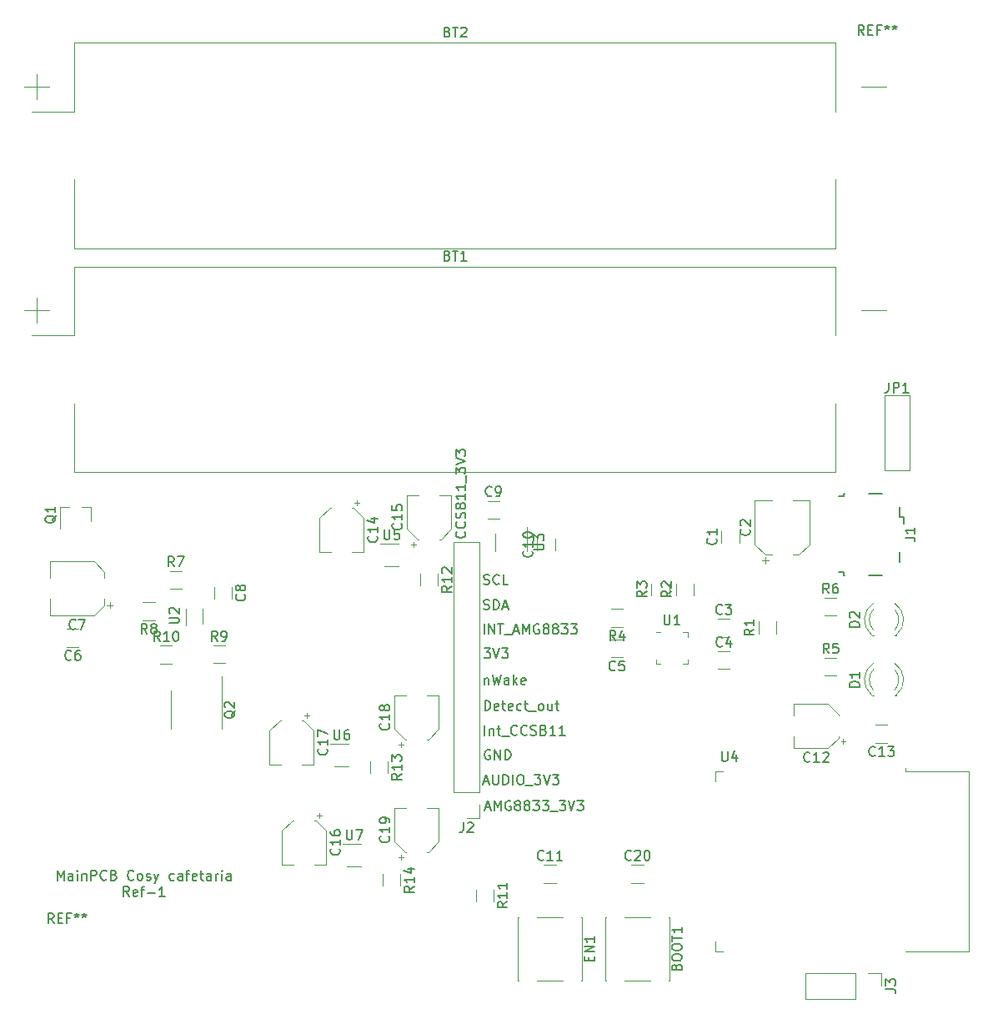
<source format=gbr>
G04 #@! TF.GenerationSoftware,KiCad,Pcbnew,(5.1.5)-3*
G04 #@! TF.CreationDate,2020-03-13T11:52:07+01:00*
G04 #@! TF.ProjectId,MainPCB,4d61696e-5043-4422-9e6b-696361645f70,rev?*
G04 #@! TF.SameCoordinates,Original*
G04 #@! TF.FileFunction,Legend,Top*
G04 #@! TF.FilePolarity,Positive*
%FSLAX46Y46*%
G04 Gerber Fmt 4.6, Leading zero omitted, Abs format (unit mm)*
G04 Created by KiCad (PCBNEW (5.1.5)-3) date 2020-03-13 11:52:07*
%MOMM*%
%LPD*%
G04 APERTURE LIST*
%ADD10C,0.150000*%
%ADD11C,0.120000*%
G04 APERTURE END LIST*
D10*
X57484476Y-121941080D02*
X57484476Y-120941080D01*
X57817809Y-121655366D01*
X58151142Y-120941080D01*
X58151142Y-121941080D01*
X59055904Y-121941080D02*
X59055904Y-121417271D01*
X59008285Y-121322033D01*
X58913047Y-121274414D01*
X58722571Y-121274414D01*
X58627333Y-121322033D01*
X59055904Y-121893461D02*
X58960666Y-121941080D01*
X58722571Y-121941080D01*
X58627333Y-121893461D01*
X58579714Y-121798223D01*
X58579714Y-121702985D01*
X58627333Y-121607747D01*
X58722571Y-121560128D01*
X58960666Y-121560128D01*
X59055904Y-121512509D01*
X59532095Y-121941080D02*
X59532095Y-121274414D01*
X59532095Y-120941080D02*
X59484476Y-120988700D01*
X59532095Y-121036319D01*
X59579714Y-120988700D01*
X59532095Y-120941080D01*
X59532095Y-121036319D01*
X60008285Y-121274414D02*
X60008285Y-121941080D01*
X60008285Y-121369652D02*
X60055904Y-121322033D01*
X60151142Y-121274414D01*
X60294000Y-121274414D01*
X60389238Y-121322033D01*
X60436857Y-121417271D01*
X60436857Y-121941080D01*
X60913047Y-121941080D02*
X60913047Y-120941080D01*
X61294000Y-120941080D01*
X61389238Y-120988700D01*
X61436857Y-121036319D01*
X61484476Y-121131557D01*
X61484476Y-121274414D01*
X61436857Y-121369652D01*
X61389238Y-121417271D01*
X61294000Y-121464890D01*
X60913047Y-121464890D01*
X62484476Y-121845842D02*
X62436857Y-121893461D01*
X62294000Y-121941080D01*
X62198761Y-121941080D01*
X62055904Y-121893461D01*
X61960666Y-121798223D01*
X61913047Y-121702985D01*
X61865428Y-121512509D01*
X61865428Y-121369652D01*
X61913047Y-121179176D01*
X61960666Y-121083938D01*
X62055904Y-120988700D01*
X62198761Y-120941080D01*
X62294000Y-120941080D01*
X62436857Y-120988700D01*
X62484476Y-121036319D01*
X63246380Y-121417271D02*
X63389238Y-121464890D01*
X63436857Y-121512509D01*
X63484476Y-121607747D01*
X63484476Y-121750604D01*
X63436857Y-121845842D01*
X63389238Y-121893461D01*
X63294000Y-121941080D01*
X62913047Y-121941080D01*
X62913047Y-120941080D01*
X63246380Y-120941080D01*
X63341619Y-120988700D01*
X63389238Y-121036319D01*
X63436857Y-121131557D01*
X63436857Y-121226795D01*
X63389238Y-121322033D01*
X63341619Y-121369652D01*
X63246380Y-121417271D01*
X62913047Y-121417271D01*
X65246380Y-121845842D02*
X65198761Y-121893461D01*
X65055904Y-121941080D01*
X64960666Y-121941080D01*
X64817809Y-121893461D01*
X64722571Y-121798223D01*
X64674952Y-121702985D01*
X64627333Y-121512509D01*
X64627333Y-121369652D01*
X64674952Y-121179176D01*
X64722571Y-121083938D01*
X64817809Y-120988700D01*
X64960666Y-120941080D01*
X65055904Y-120941080D01*
X65198761Y-120988700D01*
X65246380Y-121036319D01*
X65817809Y-121941080D02*
X65722571Y-121893461D01*
X65674952Y-121845842D01*
X65627333Y-121750604D01*
X65627333Y-121464890D01*
X65674952Y-121369652D01*
X65722571Y-121322033D01*
X65817809Y-121274414D01*
X65960666Y-121274414D01*
X66055904Y-121322033D01*
X66103523Y-121369652D01*
X66151142Y-121464890D01*
X66151142Y-121750604D01*
X66103523Y-121845842D01*
X66055904Y-121893461D01*
X65960666Y-121941080D01*
X65817809Y-121941080D01*
X66532095Y-121893461D02*
X66627333Y-121941080D01*
X66817809Y-121941080D01*
X66913047Y-121893461D01*
X66960666Y-121798223D01*
X66960666Y-121750604D01*
X66913047Y-121655366D01*
X66817809Y-121607747D01*
X66674952Y-121607747D01*
X66579714Y-121560128D01*
X66532095Y-121464890D01*
X66532095Y-121417271D01*
X66579714Y-121322033D01*
X66674952Y-121274414D01*
X66817809Y-121274414D01*
X66913047Y-121322033D01*
X67294000Y-121274414D02*
X67532095Y-121941080D01*
X67770190Y-121274414D02*
X67532095Y-121941080D01*
X67436857Y-122179176D01*
X67389238Y-122226795D01*
X67294000Y-122274414D01*
X69341619Y-121893461D02*
X69246380Y-121941080D01*
X69055904Y-121941080D01*
X68960666Y-121893461D01*
X68913047Y-121845842D01*
X68865428Y-121750604D01*
X68865428Y-121464890D01*
X68913047Y-121369652D01*
X68960666Y-121322033D01*
X69055904Y-121274414D01*
X69246380Y-121274414D01*
X69341619Y-121322033D01*
X70198761Y-121941080D02*
X70198761Y-121417271D01*
X70151142Y-121322033D01*
X70055904Y-121274414D01*
X69865428Y-121274414D01*
X69770190Y-121322033D01*
X70198761Y-121893461D02*
X70103523Y-121941080D01*
X69865428Y-121941080D01*
X69770190Y-121893461D01*
X69722571Y-121798223D01*
X69722571Y-121702985D01*
X69770190Y-121607747D01*
X69865428Y-121560128D01*
X70103523Y-121560128D01*
X70198761Y-121512509D01*
X70532095Y-121274414D02*
X70913047Y-121274414D01*
X70674952Y-121941080D02*
X70674952Y-121083938D01*
X70722571Y-120988700D01*
X70817809Y-120941080D01*
X70913047Y-120941080D01*
X71627333Y-121893461D02*
X71532095Y-121941080D01*
X71341619Y-121941080D01*
X71246380Y-121893461D01*
X71198761Y-121798223D01*
X71198761Y-121417271D01*
X71246380Y-121322033D01*
X71341619Y-121274414D01*
X71532095Y-121274414D01*
X71627333Y-121322033D01*
X71674952Y-121417271D01*
X71674952Y-121512509D01*
X71198761Y-121607747D01*
X71960666Y-121274414D02*
X72341619Y-121274414D01*
X72103523Y-120941080D02*
X72103523Y-121798223D01*
X72151142Y-121893461D01*
X72246380Y-121941080D01*
X72341619Y-121941080D01*
X73103523Y-121941080D02*
X73103523Y-121417271D01*
X73055904Y-121322033D01*
X72960666Y-121274414D01*
X72770190Y-121274414D01*
X72674952Y-121322033D01*
X73103523Y-121893461D02*
X73008285Y-121941080D01*
X72770190Y-121941080D01*
X72674952Y-121893461D01*
X72627333Y-121798223D01*
X72627333Y-121702985D01*
X72674952Y-121607747D01*
X72770190Y-121560128D01*
X73008285Y-121560128D01*
X73103523Y-121512509D01*
X73579714Y-121941080D02*
X73579714Y-121274414D01*
X73579714Y-121464890D02*
X73627333Y-121369652D01*
X73674952Y-121322033D01*
X73770190Y-121274414D01*
X73865428Y-121274414D01*
X74198761Y-121941080D02*
X74198761Y-121274414D01*
X74198761Y-120941080D02*
X74151142Y-120988700D01*
X74198761Y-121036319D01*
X74246380Y-120988700D01*
X74198761Y-120941080D01*
X74198761Y-121036319D01*
X75103523Y-121941080D02*
X75103523Y-121417271D01*
X75055904Y-121322033D01*
X74960666Y-121274414D01*
X74770190Y-121274414D01*
X74674952Y-121322033D01*
X75103523Y-121893461D02*
X75008285Y-121941080D01*
X74770190Y-121941080D01*
X74674952Y-121893461D01*
X74627333Y-121798223D01*
X74627333Y-121702985D01*
X74674952Y-121607747D01*
X74770190Y-121560128D01*
X75008285Y-121560128D01*
X75103523Y-121512509D01*
X64794000Y-123591080D02*
X64460666Y-123114890D01*
X64222571Y-123591080D02*
X64222571Y-122591080D01*
X64603523Y-122591080D01*
X64698761Y-122638700D01*
X64746380Y-122686319D01*
X64794000Y-122781557D01*
X64794000Y-122924414D01*
X64746380Y-123019652D01*
X64698761Y-123067271D01*
X64603523Y-123114890D01*
X64222571Y-123114890D01*
X65603523Y-123543461D02*
X65508285Y-123591080D01*
X65317809Y-123591080D01*
X65222571Y-123543461D01*
X65174952Y-123448223D01*
X65174952Y-123067271D01*
X65222571Y-122972033D01*
X65317809Y-122924414D01*
X65508285Y-122924414D01*
X65603523Y-122972033D01*
X65651142Y-123067271D01*
X65651142Y-123162509D01*
X65174952Y-123257747D01*
X65936857Y-122924414D02*
X66317809Y-122924414D01*
X66079714Y-123591080D02*
X66079714Y-122733938D01*
X66127333Y-122638700D01*
X66222571Y-122591080D01*
X66317809Y-122591080D01*
X66651142Y-123210128D02*
X67413047Y-123210128D01*
X68413047Y-123591080D02*
X67841619Y-123591080D01*
X68127333Y-123591080D02*
X68127333Y-122591080D01*
X68032095Y-122733938D01*
X67936857Y-122829176D01*
X67841619Y-122876795D01*
X100941809Y-114568266D02*
X101418000Y-114568266D01*
X100846571Y-114853980D02*
X101179904Y-113853980D01*
X101513238Y-114853980D01*
X101846571Y-114853980D02*
X101846571Y-113853980D01*
X102179904Y-114568266D01*
X102513238Y-113853980D01*
X102513238Y-114853980D01*
X103513238Y-113901600D02*
X103418000Y-113853980D01*
X103275142Y-113853980D01*
X103132285Y-113901600D01*
X103037047Y-113996838D01*
X102989428Y-114092076D01*
X102941809Y-114282552D01*
X102941809Y-114425409D01*
X102989428Y-114615885D01*
X103037047Y-114711123D01*
X103132285Y-114806361D01*
X103275142Y-114853980D01*
X103370380Y-114853980D01*
X103513238Y-114806361D01*
X103560857Y-114758742D01*
X103560857Y-114425409D01*
X103370380Y-114425409D01*
X104132285Y-114282552D02*
X104037047Y-114234933D01*
X103989428Y-114187314D01*
X103941809Y-114092076D01*
X103941809Y-114044457D01*
X103989428Y-113949219D01*
X104037047Y-113901600D01*
X104132285Y-113853980D01*
X104322761Y-113853980D01*
X104418000Y-113901600D01*
X104465619Y-113949219D01*
X104513238Y-114044457D01*
X104513238Y-114092076D01*
X104465619Y-114187314D01*
X104418000Y-114234933D01*
X104322761Y-114282552D01*
X104132285Y-114282552D01*
X104037047Y-114330171D01*
X103989428Y-114377790D01*
X103941809Y-114473028D01*
X103941809Y-114663504D01*
X103989428Y-114758742D01*
X104037047Y-114806361D01*
X104132285Y-114853980D01*
X104322761Y-114853980D01*
X104418000Y-114806361D01*
X104465619Y-114758742D01*
X104513238Y-114663504D01*
X104513238Y-114473028D01*
X104465619Y-114377790D01*
X104418000Y-114330171D01*
X104322761Y-114282552D01*
X105084666Y-114282552D02*
X104989428Y-114234933D01*
X104941809Y-114187314D01*
X104894190Y-114092076D01*
X104894190Y-114044457D01*
X104941809Y-113949219D01*
X104989428Y-113901600D01*
X105084666Y-113853980D01*
X105275142Y-113853980D01*
X105370380Y-113901600D01*
X105418000Y-113949219D01*
X105465619Y-114044457D01*
X105465619Y-114092076D01*
X105418000Y-114187314D01*
X105370380Y-114234933D01*
X105275142Y-114282552D01*
X105084666Y-114282552D01*
X104989428Y-114330171D01*
X104941809Y-114377790D01*
X104894190Y-114473028D01*
X104894190Y-114663504D01*
X104941809Y-114758742D01*
X104989428Y-114806361D01*
X105084666Y-114853980D01*
X105275142Y-114853980D01*
X105370380Y-114806361D01*
X105418000Y-114758742D01*
X105465619Y-114663504D01*
X105465619Y-114473028D01*
X105418000Y-114377790D01*
X105370380Y-114330171D01*
X105275142Y-114282552D01*
X105798952Y-113853980D02*
X106418000Y-113853980D01*
X106084666Y-114234933D01*
X106227523Y-114234933D01*
X106322761Y-114282552D01*
X106370380Y-114330171D01*
X106418000Y-114425409D01*
X106418000Y-114663504D01*
X106370380Y-114758742D01*
X106322761Y-114806361D01*
X106227523Y-114853980D01*
X105941809Y-114853980D01*
X105846571Y-114806361D01*
X105798952Y-114758742D01*
X106751333Y-113853980D02*
X107370380Y-113853980D01*
X107037047Y-114234933D01*
X107179904Y-114234933D01*
X107275142Y-114282552D01*
X107322761Y-114330171D01*
X107370380Y-114425409D01*
X107370380Y-114663504D01*
X107322761Y-114758742D01*
X107275142Y-114806361D01*
X107179904Y-114853980D01*
X106894190Y-114853980D01*
X106798952Y-114806361D01*
X106751333Y-114758742D01*
X107560857Y-114949219D02*
X108322761Y-114949219D01*
X108465619Y-113853980D02*
X109084666Y-113853980D01*
X108751333Y-114234933D01*
X108894190Y-114234933D01*
X108989428Y-114282552D01*
X109037047Y-114330171D01*
X109084666Y-114425409D01*
X109084666Y-114663504D01*
X109037047Y-114758742D01*
X108989428Y-114806361D01*
X108894190Y-114853980D01*
X108608476Y-114853980D01*
X108513238Y-114806361D01*
X108465619Y-114758742D01*
X109370380Y-113853980D02*
X109703714Y-114853980D01*
X110037047Y-113853980D01*
X110275142Y-113853980D02*
X110894190Y-113853980D01*
X110560857Y-114234933D01*
X110703714Y-114234933D01*
X110798952Y-114282552D01*
X110846571Y-114330171D01*
X110894190Y-114425409D01*
X110894190Y-114663504D01*
X110846571Y-114758742D01*
X110798952Y-114806361D01*
X110703714Y-114853980D01*
X110418000Y-114853980D01*
X110322761Y-114806361D01*
X110275142Y-114758742D01*
X100811485Y-111939366D02*
X101287676Y-111939366D01*
X100716247Y-112225080D02*
X101049580Y-111225080D01*
X101382914Y-112225080D01*
X101716247Y-111225080D02*
X101716247Y-112034604D01*
X101763866Y-112129842D01*
X101811485Y-112177461D01*
X101906723Y-112225080D01*
X102097200Y-112225080D01*
X102192438Y-112177461D01*
X102240057Y-112129842D01*
X102287676Y-112034604D01*
X102287676Y-111225080D01*
X102763866Y-112225080D02*
X102763866Y-111225080D01*
X103001961Y-111225080D01*
X103144819Y-111272700D01*
X103240057Y-111367938D01*
X103287676Y-111463176D01*
X103335295Y-111653652D01*
X103335295Y-111796509D01*
X103287676Y-111986985D01*
X103240057Y-112082223D01*
X103144819Y-112177461D01*
X103001961Y-112225080D01*
X102763866Y-112225080D01*
X103763866Y-112225080D02*
X103763866Y-111225080D01*
X104430533Y-111225080D02*
X104621009Y-111225080D01*
X104716247Y-111272700D01*
X104811485Y-111367938D01*
X104859104Y-111558414D01*
X104859104Y-111891747D01*
X104811485Y-112082223D01*
X104716247Y-112177461D01*
X104621009Y-112225080D01*
X104430533Y-112225080D01*
X104335295Y-112177461D01*
X104240057Y-112082223D01*
X104192438Y-111891747D01*
X104192438Y-111558414D01*
X104240057Y-111367938D01*
X104335295Y-111272700D01*
X104430533Y-111225080D01*
X105049580Y-112320319D02*
X105811485Y-112320319D01*
X105954342Y-111225080D02*
X106573390Y-111225080D01*
X106240057Y-111606033D01*
X106382914Y-111606033D01*
X106478152Y-111653652D01*
X106525771Y-111701271D01*
X106573390Y-111796509D01*
X106573390Y-112034604D01*
X106525771Y-112129842D01*
X106478152Y-112177461D01*
X106382914Y-112225080D01*
X106097200Y-112225080D01*
X106001961Y-112177461D01*
X105954342Y-112129842D01*
X106859104Y-111225080D02*
X107192438Y-112225080D01*
X107525771Y-111225080D01*
X107763866Y-111225080D02*
X108382914Y-111225080D01*
X108049580Y-111606033D01*
X108192438Y-111606033D01*
X108287676Y-111653652D01*
X108335295Y-111701271D01*
X108382914Y-111796509D01*
X108382914Y-112034604D01*
X108335295Y-112129842D01*
X108287676Y-112177461D01*
X108192438Y-112225080D01*
X107906723Y-112225080D01*
X107811485Y-112177461D01*
X107763866Y-112129842D01*
X101434995Y-108745400D02*
X101339757Y-108697780D01*
X101196900Y-108697780D01*
X101054042Y-108745400D01*
X100958804Y-108840638D01*
X100911185Y-108935876D01*
X100863566Y-109126352D01*
X100863566Y-109269209D01*
X100911185Y-109459685D01*
X100958804Y-109554923D01*
X101054042Y-109650161D01*
X101196900Y-109697780D01*
X101292138Y-109697780D01*
X101434995Y-109650161D01*
X101482614Y-109602542D01*
X101482614Y-109269209D01*
X101292138Y-109269209D01*
X101911185Y-109697780D02*
X101911185Y-108697780D01*
X102482614Y-109697780D01*
X102482614Y-108697780D01*
X102958804Y-109697780D02*
X102958804Y-108697780D01*
X103196900Y-108697780D01*
X103339757Y-108745400D01*
X103434995Y-108840638D01*
X103482614Y-108935876D01*
X103530233Y-109126352D01*
X103530233Y-109269209D01*
X103482614Y-109459685D01*
X103434995Y-109554923D01*
X103339757Y-109650161D01*
X103196900Y-109697780D01*
X102958804Y-109697780D01*
X100892480Y-107221280D02*
X100892480Y-106221280D01*
X101368671Y-106554614D02*
X101368671Y-107221280D01*
X101368671Y-106649852D02*
X101416290Y-106602233D01*
X101511528Y-106554614D01*
X101654385Y-106554614D01*
X101749623Y-106602233D01*
X101797242Y-106697471D01*
X101797242Y-107221280D01*
X102130576Y-106554614D02*
X102511528Y-106554614D01*
X102273433Y-106221280D02*
X102273433Y-107078423D01*
X102321052Y-107173661D01*
X102416290Y-107221280D01*
X102511528Y-107221280D01*
X102606766Y-107316519D02*
X103368671Y-107316519D01*
X104178195Y-107126042D02*
X104130576Y-107173661D01*
X103987719Y-107221280D01*
X103892480Y-107221280D01*
X103749623Y-107173661D01*
X103654385Y-107078423D01*
X103606766Y-106983185D01*
X103559147Y-106792709D01*
X103559147Y-106649852D01*
X103606766Y-106459376D01*
X103654385Y-106364138D01*
X103749623Y-106268900D01*
X103892480Y-106221280D01*
X103987719Y-106221280D01*
X104130576Y-106268900D01*
X104178195Y-106316519D01*
X105178195Y-107126042D02*
X105130576Y-107173661D01*
X104987719Y-107221280D01*
X104892480Y-107221280D01*
X104749623Y-107173661D01*
X104654385Y-107078423D01*
X104606766Y-106983185D01*
X104559147Y-106792709D01*
X104559147Y-106649852D01*
X104606766Y-106459376D01*
X104654385Y-106364138D01*
X104749623Y-106268900D01*
X104892480Y-106221280D01*
X104987719Y-106221280D01*
X105130576Y-106268900D01*
X105178195Y-106316519D01*
X105559147Y-107173661D02*
X105702004Y-107221280D01*
X105940100Y-107221280D01*
X106035338Y-107173661D01*
X106082957Y-107126042D01*
X106130576Y-107030804D01*
X106130576Y-106935566D01*
X106082957Y-106840328D01*
X106035338Y-106792709D01*
X105940100Y-106745090D01*
X105749623Y-106697471D01*
X105654385Y-106649852D01*
X105606766Y-106602233D01*
X105559147Y-106506995D01*
X105559147Y-106411757D01*
X105606766Y-106316519D01*
X105654385Y-106268900D01*
X105749623Y-106221280D01*
X105987719Y-106221280D01*
X106130576Y-106268900D01*
X106892480Y-106697471D02*
X107035338Y-106745090D01*
X107082957Y-106792709D01*
X107130576Y-106887947D01*
X107130576Y-107030804D01*
X107082957Y-107126042D01*
X107035338Y-107173661D01*
X106940100Y-107221280D01*
X106559147Y-107221280D01*
X106559147Y-106221280D01*
X106892480Y-106221280D01*
X106987719Y-106268900D01*
X107035338Y-106316519D01*
X107082957Y-106411757D01*
X107082957Y-106506995D01*
X107035338Y-106602233D01*
X106987719Y-106649852D01*
X106892480Y-106697471D01*
X106559147Y-106697471D01*
X108082957Y-107221280D02*
X107511528Y-107221280D01*
X107797242Y-107221280D02*
X107797242Y-106221280D01*
X107702004Y-106364138D01*
X107606766Y-106459376D01*
X107511528Y-106506995D01*
X109035338Y-107221280D02*
X108463909Y-107221280D01*
X108749623Y-107221280D02*
X108749623Y-106221280D01*
X108654385Y-106364138D01*
X108559147Y-106459376D01*
X108463909Y-106506995D01*
X100906723Y-104706680D02*
X100906723Y-103706680D01*
X101144819Y-103706680D01*
X101287676Y-103754300D01*
X101382914Y-103849538D01*
X101430533Y-103944776D01*
X101478152Y-104135252D01*
X101478152Y-104278109D01*
X101430533Y-104468585D01*
X101382914Y-104563823D01*
X101287676Y-104659061D01*
X101144819Y-104706680D01*
X100906723Y-104706680D01*
X102287676Y-104659061D02*
X102192438Y-104706680D01*
X102001961Y-104706680D01*
X101906723Y-104659061D01*
X101859104Y-104563823D01*
X101859104Y-104182871D01*
X101906723Y-104087633D01*
X102001961Y-104040014D01*
X102192438Y-104040014D01*
X102287676Y-104087633D01*
X102335295Y-104182871D01*
X102335295Y-104278109D01*
X101859104Y-104373347D01*
X102621009Y-104040014D02*
X103001961Y-104040014D01*
X102763866Y-103706680D02*
X102763866Y-104563823D01*
X102811485Y-104659061D01*
X102906723Y-104706680D01*
X103001961Y-104706680D01*
X103716247Y-104659061D02*
X103621009Y-104706680D01*
X103430533Y-104706680D01*
X103335295Y-104659061D01*
X103287676Y-104563823D01*
X103287676Y-104182871D01*
X103335295Y-104087633D01*
X103430533Y-104040014D01*
X103621009Y-104040014D01*
X103716247Y-104087633D01*
X103763866Y-104182871D01*
X103763866Y-104278109D01*
X103287676Y-104373347D01*
X104621009Y-104659061D02*
X104525771Y-104706680D01*
X104335295Y-104706680D01*
X104240057Y-104659061D01*
X104192438Y-104611442D01*
X104144819Y-104516204D01*
X104144819Y-104230490D01*
X104192438Y-104135252D01*
X104240057Y-104087633D01*
X104335295Y-104040014D01*
X104525771Y-104040014D01*
X104621009Y-104087633D01*
X104906723Y-104040014D02*
X105287676Y-104040014D01*
X105049580Y-103706680D02*
X105049580Y-104563823D01*
X105097200Y-104659061D01*
X105192438Y-104706680D01*
X105287676Y-104706680D01*
X105382914Y-104801919D02*
X106144819Y-104801919D01*
X106525771Y-104706680D02*
X106430533Y-104659061D01*
X106382914Y-104611442D01*
X106335295Y-104516204D01*
X106335295Y-104230490D01*
X106382914Y-104135252D01*
X106430533Y-104087633D01*
X106525771Y-104040014D01*
X106668628Y-104040014D01*
X106763866Y-104087633D01*
X106811485Y-104135252D01*
X106859104Y-104230490D01*
X106859104Y-104516204D01*
X106811485Y-104611442D01*
X106763866Y-104659061D01*
X106668628Y-104706680D01*
X106525771Y-104706680D01*
X107716247Y-104040014D02*
X107716247Y-104706680D01*
X107287676Y-104040014D02*
X107287676Y-104563823D01*
X107335295Y-104659061D01*
X107430533Y-104706680D01*
X107573390Y-104706680D01*
X107668628Y-104659061D01*
X107716247Y-104611442D01*
X108049580Y-104040014D02*
X108430533Y-104040014D01*
X108192438Y-103706680D02*
X108192438Y-104563823D01*
X108240057Y-104659061D01*
X108335295Y-104706680D01*
X108430533Y-104706680D01*
X100862071Y-101411114D02*
X100862071Y-102077780D01*
X100862071Y-101506352D02*
X100909690Y-101458733D01*
X101004928Y-101411114D01*
X101147785Y-101411114D01*
X101243023Y-101458733D01*
X101290642Y-101553971D01*
X101290642Y-102077780D01*
X101671595Y-101077780D02*
X101909690Y-102077780D01*
X102100166Y-101363495D01*
X102290642Y-102077780D01*
X102528738Y-101077780D01*
X103338261Y-102077780D02*
X103338261Y-101553971D01*
X103290642Y-101458733D01*
X103195404Y-101411114D01*
X103004928Y-101411114D01*
X102909690Y-101458733D01*
X103338261Y-102030161D02*
X103243023Y-102077780D01*
X103004928Y-102077780D01*
X102909690Y-102030161D01*
X102862071Y-101934923D01*
X102862071Y-101839685D01*
X102909690Y-101744447D01*
X103004928Y-101696828D01*
X103243023Y-101696828D01*
X103338261Y-101649209D01*
X103814452Y-102077780D02*
X103814452Y-101077780D01*
X103909690Y-101696828D02*
X104195404Y-102077780D01*
X104195404Y-101411114D02*
X103814452Y-101792066D01*
X105004928Y-102030161D02*
X104909690Y-102077780D01*
X104719214Y-102077780D01*
X104623976Y-102030161D01*
X104576357Y-101934923D01*
X104576357Y-101553971D01*
X104623976Y-101458733D01*
X104719214Y-101411114D01*
X104909690Y-101411114D01*
X105004928Y-101458733D01*
X105052547Y-101553971D01*
X105052547Y-101649209D01*
X104576357Y-101744447D01*
X100833823Y-96934280D02*
X100833823Y-95934280D01*
X101310014Y-96934280D02*
X101310014Y-95934280D01*
X101881442Y-96934280D01*
X101881442Y-95934280D01*
X102214776Y-95934280D02*
X102786204Y-95934280D01*
X102500490Y-96934280D02*
X102500490Y-95934280D01*
X102881442Y-97029519D02*
X103643347Y-97029519D01*
X103833823Y-96648566D02*
X104310014Y-96648566D01*
X103738585Y-96934280D02*
X104071919Y-95934280D01*
X104405252Y-96934280D01*
X104738585Y-96934280D02*
X104738585Y-95934280D01*
X105071919Y-96648566D01*
X105405252Y-95934280D01*
X105405252Y-96934280D01*
X106405252Y-95981900D02*
X106310014Y-95934280D01*
X106167157Y-95934280D01*
X106024300Y-95981900D01*
X105929061Y-96077138D01*
X105881442Y-96172376D01*
X105833823Y-96362852D01*
X105833823Y-96505709D01*
X105881442Y-96696185D01*
X105929061Y-96791423D01*
X106024300Y-96886661D01*
X106167157Y-96934280D01*
X106262395Y-96934280D01*
X106405252Y-96886661D01*
X106452871Y-96839042D01*
X106452871Y-96505709D01*
X106262395Y-96505709D01*
X107024300Y-96362852D02*
X106929061Y-96315233D01*
X106881442Y-96267614D01*
X106833823Y-96172376D01*
X106833823Y-96124757D01*
X106881442Y-96029519D01*
X106929061Y-95981900D01*
X107024300Y-95934280D01*
X107214776Y-95934280D01*
X107310014Y-95981900D01*
X107357633Y-96029519D01*
X107405252Y-96124757D01*
X107405252Y-96172376D01*
X107357633Y-96267614D01*
X107310014Y-96315233D01*
X107214776Y-96362852D01*
X107024300Y-96362852D01*
X106929061Y-96410471D01*
X106881442Y-96458090D01*
X106833823Y-96553328D01*
X106833823Y-96743804D01*
X106881442Y-96839042D01*
X106929061Y-96886661D01*
X107024300Y-96934280D01*
X107214776Y-96934280D01*
X107310014Y-96886661D01*
X107357633Y-96839042D01*
X107405252Y-96743804D01*
X107405252Y-96553328D01*
X107357633Y-96458090D01*
X107310014Y-96410471D01*
X107214776Y-96362852D01*
X107976680Y-96362852D02*
X107881442Y-96315233D01*
X107833823Y-96267614D01*
X107786204Y-96172376D01*
X107786204Y-96124757D01*
X107833823Y-96029519D01*
X107881442Y-95981900D01*
X107976680Y-95934280D01*
X108167157Y-95934280D01*
X108262395Y-95981900D01*
X108310014Y-96029519D01*
X108357633Y-96124757D01*
X108357633Y-96172376D01*
X108310014Y-96267614D01*
X108262395Y-96315233D01*
X108167157Y-96362852D01*
X107976680Y-96362852D01*
X107881442Y-96410471D01*
X107833823Y-96458090D01*
X107786204Y-96553328D01*
X107786204Y-96743804D01*
X107833823Y-96839042D01*
X107881442Y-96886661D01*
X107976680Y-96934280D01*
X108167157Y-96934280D01*
X108262395Y-96886661D01*
X108310014Y-96839042D01*
X108357633Y-96743804D01*
X108357633Y-96553328D01*
X108310014Y-96458090D01*
X108262395Y-96410471D01*
X108167157Y-96362852D01*
X108690966Y-95934280D02*
X109310014Y-95934280D01*
X108976680Y-96315233D01*
X109119538Y-96315233D01*
X109214776Y-96362852D01*
X109262395Y-96410471D01*
X109310014Y-96505709D01*
X109310014Y-96743804D01*
X109262395Y-96839042D01*
X109214776Y-96886661D01*
X109119538Y-96934280D01*
X108833823Y-96934280D01*
X108738585Y-96886661D01*
X108690966Y-96839042D01*
X109643347Y-95934280D02*
X110262395Y-95934280D01*
X109929061Y-96315233D01*
X110071919Y-96315233D01*
X110167157Y-96362852D01*
X110214776Y-96410471D01*
X110262395Y-96505709D01*
X110262395Y-96743804D01*
X110214776Y-96839042D01*
X110167157Y-96886661D01*
X110071919Y-96934280D01*
X109786204Y-96934280D01*
X109690966Y-96886661D01*
X109643347Y-96839042D01*
X100844504Y-98398080D02*
X101463552Y-98398080D01*
X101130219Y-98779033D01*
X101273076Y-98779033D01*
X101368314Y-98826652D01*
X101415933Y-98874271D01*
X101463552Y-98969509D01*
X101463552Y-99207604D01*
X101415933Y-99302842D01*
X101368314Y-99350461D01*
X101273076Y-99398080D01*
X100987361Y-99398080D01*
X100892123Y-99350461D01*
X100844504Y-99302842D01*
X101749266Y-98398080D02*
X102082600Y-99398080D01*
X102415933Y-98398080D01*
X102654028Y-98398080D02*
X103273076Y-98398080D01*
X102939742Y-98779033D01*
X103082600Y-98779033D01*
X103177838Y-98826652D01*
X103225457Y-98874271D01*
X103273076Y-98969509D01*
X103273076Y-99207604D01*
X103225457Y-99302842D01*
X103177838Y-99350461D01*
X103082600Y-99398080D01*
X102796885Y-99398080D01*
X102701647Y-99350461D01*
X102654028Y-99302842D01*
X100792114Y-94410161D02*
X100934971Y-94457780D01*
X101173066Y-94457780D01*
X101268304Y-94410161D01*
X101315923Y-94362542D01*
X101363542Y-94267304D01*
X101363542Y-94172066D01*
X101315923Y-94076828D01*
X101268304Y-94029209D01*
X101173066Y-93981590D01*
X100982590Y-93933971D01*
X100887352Y-93886352D01*
X100839733Y-93838733D01*
X100792114Y-93743495D01*
X100792114Y-93648257D01*
X100839733Y-93553019D01*
X100887352Y-93505400D01*
X100982590Y-93457780D01*
X101220685Y-93457780D01*
X101363542Y-93505400D01*
X101792114Y-94457780D02*
X101792114Y-93457780D01*
X102030209Y-93457780D01*
X102173066Y-93505400D01*
X102268304Y-93600638D01*
X102315923Y-93695876D01*
X102363542Y-93886352D01*
X102363542Y-94029209D01*
X102315923Y-94219685D01*
X102268304Y-94314923D01*
X102173066Y-94410161D01*
X102030209Y-94457780D01*
X101792114Y-94457780D01*
X102744495Y-94172066D02*
X103220685Y-94172066D01*
X102649257Y-94457780D02*
X102982590Y-93457780D01*
X103315923Y-94457780D01*
X100790523Y-91857461D02*
X100933380Y-91905080D01*
X101171476Y-91905080D01*
X101266714Y-91857461D01*
X101314333Y-91809842D01*
X101361952Y-91714604D01*
X101361952Y-91619366D01*
X101314333Y-91524128D01*
X101266714Y-91476509D01*
X101171476Y-91428890D01*
X100981000Y-91381271D01*
X100885761Y-91333652D01*
X100838142Y-91286033D01*
X100790523Y-91190795D01*
X100790523Y-91095557D01*
X100838142Y-91000319D01*
X100885761Y-90952700D01*
X100981000Y-90905080D01*
X101219095Y-90905080D01*
X101361952Y-90952700D01*
X102361952Y-91809842D02*
X102314333Y-91857461D01*
X102171476Y-91905080D01*
X102076238Y-91905080D01*
X101933380Y-91857461D01*
X101838142Y-91762223D01*
X101790523Y-91666985D01*
X101742904Y-91476509D01*
X101742904Y-91333652D01*
X101790523Y-91143176D01*
X101838142Y-91047938D01*
X101933380Y-90952700D01*
X102076238Y-90905080D01*
X102171476Y-90905080D01*
X102314333Y-90952700D01*
X102361952Y-91000319D01*
X103266714Y-91905080D02*
X102790523Y-91905080D01*
X102790523Y-90905080D01*
X98845642Y-86559542D02*
X98893261Y-86607161D01*
X98940880Y-86750019D01*
X98940880Y-86845257D01*
X98893261Y-86988114D01*
X98798023Y-87083352D01*
X98702785Y-87130971D01*
X98512309Y-87178590D01*
X98369452Y-87178590D01*
X98178976Y-87130971D01*
X98083738Y-87083352D01*
X97988500Y-86988114D01*
X97940880Y-86845257D01*
X97940880Y-86750019D01*
X97988500Y-86607161D01*
X98036119Y-86559542D01*
X98845642Y-85559542D02*
X98893261Y-85607161D01*
X98940880Y-85750019D01*
X98940880Y-85845257D01*
X98893261Y-85988114D01*
X98798023Y-86083352D01*
X98702785Y-86130971D01*
X98512309Y-86178590D01*
X98369452Y-86178590D01*
X98178976Y-86130971D01*
X98083738Y-86083352D01*
X97988500Y-85988114D01*
X97940880Y-85845257D01*
X97940880Y-85750019D01*
X97988500Y-85607161D01*
X98036119Y-85559542D01*
X98893261Y-85178590D02*
X98940880Y-85035733D01*
X98940880Y-84797638D01*
X98893261Y-84702400D01*
X98845642Y-84654780D01*
X98750404Y-84607161D01*
X98655166Y-84607161D01*
X98559928Y-84654780D01*
X98512309Y-84702400D01*
X98464690Y-84797638D01*
X98417071Y-84988114D01*
X98369452Y-85083352D01*
X98321833Y-85130971D01*
X98226595Y-85178590D01*
X98131357Y-85178590D01*
X98036119Y-85130971D01*
X97988500Y-85083352D01*
X97940880Y-84988114D01*
X97940880Y-84750019D01*
X97988500Y-84607161D01*
X98369452Y-84035733D02*
X98321833Y-84130971D01*
X98274214Y-84178590D01*
X98178976Y-84226209D01*
X98131357Y-84226209D01*
X98036119Y-84178590D01*
X97988500Y-84130971D01*
X97940880Y-84035733D01*
X97940880Y-83845257D01*
X97988500Y-83750019D01*
X98036119Y-83702400D01*
X98131357Y-83654780D01*
X98178976Y-83654780D01*
X98274214Y-83702400D01*
X98321833Y-83750019D01*
X98369452Y-83845257D01*
X98369452Y-84035733D01*
X98417071Y-84130971D01*
X98464690Y-84178590D01*
X98559928Y-84226209D01*
X98750404Y-84226209D01*
X98845642Y-84178590D01*
X98893261Y-84130971D01*
X98940880Y-84035733D01*
X98940880Y-83845257D01*
X98893261Y-83750019D01*
X98845642Y-83702400D01*
X98750404Y-83654780D01*
X98559928Y-83654780D01*
X98464690Y-83702400D01*
X98417071Y-83750019D01*
X98369452Y-83845257D01*
X98940880Y-82702400D02*
X98940880Y-83273828D01*
X98940880Y-82988114D02*
X97940880Y-82988114D01*
X98083738Y-83083352D01*
X98178976Y-83178590D01*
X98226595Y-83273828D01*
X98940880Y-81750019D02*
X98940880Y-82321447D01*
X98940880Y-82035733D02*
X97940880Y-82035733D01*
X98083738Y-82130971D01*
X98178976Y-82226209D01*
X98226595Y-82321447D01*
X99036119Y-81559542D02*
X99036119Y-80797638D01*
X97940880Y-80654780D02*
X97940880Y-80035733D01*
X98321833Y-80369066D01*
X98321833Y-80226209D01*
X98369452Y-80130971D01*
X98417071Y-80083352D01*
X98512309Y-80035733D01*
X98750404Y-80035733D01*
X98845642Y-80083352D01*
X98893261Y-80130971D01*
X98940880Y-80226209D01*
X98940880Y-80511923D01*
X98893261Y-80607161D01*
X98845642Y-80654780D01*
X97940880Y-79750019D02*
X98940880Y-79416685D01*
X97940880Y-79083352D01*
X97940880Y-78845257D02*
X97940880Y-78226209D01*
X98321833Y-78559542D01*
X98321833Y-78416685D01*
X98369452Y-78321447D01*
X98417071Y-78273828D01*
X98512309Y-78226209D01*
X98750404Y-78226209D01*
X98845642Y-78273828D01*
X98893261Y-78321447D01*
X98940880Y-78416685D01*
X98940880Y-78702400D01*
X98893261Y-78797638D01*
X98845642Y-78845257D01*
D11*
X143620500Y-110895000D02*
X143620500Y-110515000D01*
X150040500Y-110895000D02*
X143620500Y-110895000D01*
X150040500Y-129135000D02*
X143620500Y-129135000D01*
X150040500Y-110895000D02*
X150040500Y-129135000D01*
X124295500Y-129135000D02*
X124295500Y-128135000D01*
X125075500Y-129135000D02*
X124295500Y-129135000D01*
X124295500Y-110895000D02*
X124295500Y-111895000D01*
X125075500Y-110895000D02*
X124295500Y-110895000D01*
X115793436Y-122195000D02*
X116997564Y-122195000D01*
X115793436Y-120375000D02*
X116997564Y-120375000D01*
X100390000Y-115630000D02*
X99060000Y-115630000D01*
X100390000Y-114300000D02*
X100390000Y-115630000D01*
X100390000Y-113030000D02*
X97730000Y-113030000D01*
X97730000Y-113030000D02*
X97730000Y-87570000D01*
X100390000Y-113030000D02*
X100390000Y-87570000D01*
X100390000Y-87570000D02*
X97730000Y-87570000D01*
X55381000Y-65331500D02*
X55381000Y-62831500D01*
X54131000Y-64081500D02*
X56631000Y-64081500D01*
X141631000Y-64081500D02*
X139131000Y-64081500D01*
X136521000Y-66641500D02*
X136521000Y-59661500D01*
X136521000Y-59641500D02*
X59241000Y-59641500D01*
X59241000Y-59641500D02*
X59241000Y-66641500D01*
X136521000Y-73521500D02*
X136521000Y-80521500D01*
X136521000Y-80521500D02*
X59241000Y-80521500D01*
X59241000Y-80521500D02*
X59241000Y-73521500D01*
X59241000Y-66641500D02*
X54881000Y-66641500D01*
D10*
X143027100Y-88629900D02*
X143027100Y-89629900D01*
X143027100Y-85029900D02*
X143027100Y-84029900D01*
X143452100Y-85029900D02*
X143027100Y-85029900D01*
X143452100Y-85754900D02*
X143452100Y-85029900D01*
X139877100Y-90979900D02*
X141277100Y-90979900D01*
X137327100Y-90979900D02*
X137477100Y-90979900D01*
X137327100Y-90679900D02*
X137327100Y-90979900D01*
X136877100Y-90679900D02*
X137327100Y-90679900D01*
X137327100Y-82979900D02*
X136877100Y-82979900D01*
X137327100Y-82679900D02*
X137327100Y-82979900D01*
X137477100Y-82679900D02*
X137327100Y-82679900D01*
X141277100Y-82679900D02*
X139877100Y-82679900D01*
D11*
X118753000Y-96764200D02*
X118278000Y-96764200D01*
X121498000Y-99984200D02*
X121498000Y-99509200D01*
X121023000Y-99984200D02*
X121498000Y-99984200D01*
X118278000Y-99984200D02*
X118278000Y-99509200D01*
X118753000Y-99984200D02*
X118278000Y-99984200D01*
X121498000Y-96764200D02*
X121498000Y-97239200D01*
X121023000Y-96764200D02*
X121498000Y-96764200D01*
X86930000Y-120540000D02*
X88330000Y-120540000D01*
X88330000Y-118220000D02*
X86430000Y-118220000D01*
X85660000Y-110380000D02*
X87060000Y-110380000D01*
X87060000Y-108060000D02*
X85160000Y-108060000D01*
X90530000Y-121317936D02*
X90530000Y-122522064D01*
X92350000Y-121317936D02*
X92350000Y-122522064D01*
X89260000Y-109887936D02*
X89260000Y-111092064D01*
X91080000Y-109887936D02*
X91080000Y-111092064D01*
X92170000Y-119590000D02*
X92670000Y-119590000D01*
X92420000Y-119840000D02*
X92420000Y-119340000D01*
X95175563Y-119100000D02*
X96240000Y-118035563D01*
X92784437Y-119100000D02*
X91720000Y-118035563D01*
X92784437Y-119100000D02*
X92920000Y-119100000D01*
X95175563Y-119100000D02*
X95040000Y-119100000D01*
X96240000Y-118035563D02*
X96240000Y-114580000D01*
X91720000Y-118035563D02*
X91720000Y-114580000D01*
X91720000Y-114580000D02*
X92920000Y-114580000D01*
X96240000Y-114580000D02*
X95040000Y-114580000D01*
X92170000Y-108160000D02*
X92670000Y-108160000D01*
X92420000Y-108410000D02*
X92420000Y-107910000D01*
X95175563Y-107670000D02*
X96240000Y-106605563D01*
X92784437Y-107670000D02*
X91720000Y-106605563D01*
X92784437Y-107670000D02*
X92920000Y-107670000D01*
X95175563Y-107670000D02*
X95040000Y-107670000D01*
X96240000Y-106605563D02*
X96240000Y-103150000D01*
X91720000Y-106605563D02*
X91720000Y-103150000D01*
X91720000Y-103150000D02*
X92920000Y-103150000D01*
X96240000Y-103150000D02*
X95040000Y-103150000D01*
X83090000Y-105200000D02*
X82590000Y-105200000D01*
X82840000Y-104950000D02*
X82840000Y-105450000D01*
X80084437Y-105690000D02*
X79020000Y-106754437D01*
X82475563Y-105690000D02*
X83540000Y-106754437D01*
X82475563Y-105690000D02*
X82340000Y-105690000D01*
X80084437Y-105690000D02*
X80220000Y-105690000D01*
X79020000Y-106754437D02*
X79020000Y-110210000D01*
X83540000Y-106754437D02*
X83540000Y-110210000D01*
X83540000Y-110210000D02*
X82340000Y-110210000D01*
X79020000Y-110210000D02*
X80220000Y-110210000D01*
X84360000Y-115360000D02*
X83860000Y-115360000D01*
X84110000Y-115110000D02*
X84110000Y-115610000D01*
X81354437Y-115850000D02*
X80290000Y-116914437D01*
X83745563Y-115850000D02*
X84810000Y-116914437D01*
X83745563Y-115850000D02*
X83610000Y-115850000D01*
X81354437Y-115850000D02*
X81490000Y-115850000D01*
X80290000Y-116914437D02*
X80290000Y-120370000D01*
X84810000Y-116914437D02*
X84810000Y-120370000D01*
X84810000Y-120370000D02*
X83610000Y-120370000D01*
X80290000Y-120370000D02*
X81490000Y-120370000D01*
X93440000Y-87840000D02*
X93940000Y-87840000D01*
X93690000Y-88090000D02*
X93690000Y-87590000D01*
X96445563Y-87350000D02*
X97510000Y-86285563D01*
X94054437Y-87350000D02*
X92990000Y-86285563D01*
X94054437Y-87350000D02*
X94190000Y-87350000D01*
X96445563Y-87350000D02*
X96310000Y-87350000D01*
X97510000Y-86285563D02*
X97510000Y-82830000D01*
X92990000Y-86285563D02*
X92990000Y-82830000D01*
X92990000Y-82830000D02*
X94190000Y-82830000D01*
X97510000Y-82830000D02*
X96310000Y-82830000D01*
X88170000Y-83610000D02*
X87670000Y-83610000D01*
X87920000Y-83360000D02*
X87920000Y-83860000D01*
X85164437Y-84100000D02*
X84100000Y-85164437D01*
X87555563Y-84100000D02*
X88620000Y-85164437D01*
X87555563Y-84100000D02*
X87420000Y-84100000D01*
X85164437Y-84100000D02*
X85300000Y-84100000D01*
X84100000Y-85164437D02*
X84100000Y-88620000D01*
X88620000Y-85164437D02*
X88620000Y-88620000D01*
X88620000Y-88620000D02*
X87420000Y-88620000D01*
X84100000Y-88620000D02*
X85300000Y-88620000D01*
X137306500Y-108096300D02*
X137306500Y-107596300D01*
X137556500Y-107846300D02*
X137056500Y-107846300D01*
X136816500Y-105090737D02*
X135752063Y-104026300D01*
X136816500Y-107481863D02*
X135752063Y-108546300D01*
X136816500Y-107481863D02*
X136816500Y-107346300D01*
X136816500Y-105090737D02*
X136816500Y-105226300D01*
X135752063Y-104026300D02*
X132296500Y-104026300D01*
X135752063Y-108546300D02*
X132296500Y-108546300D01*
X132296500Y-108546300D02*
X132296500Y-107346300D01*
X132296500Y-104026300D02*
X132296500Y-105226300D01*
X62812000Y-94313800D02*
X62812000Y-93688800D01*
X63124500Y-94001300D02*
X62499500Y-94001300D01*
X62259500Y-90620737D02*
X61195063Y-89556300D01*
X62259500Y-94011863D02*
X61195063Y-95076300D01*
X62259500Y-94011863D02*
X62259500Y-93376300D01*
X62259500Y-90620737D02*
X62259500Y-91256300D01*
X61195063Y-89556300D02*
X56739500Y-89556300D01*
X61195063Y-95076300D02*
X56739500Y-95076300D01*
X56739500Y-95076300D02*
X56739500Y-93376300D01*
X56739500Y-89556300D02*
X56739500Y-91256300D01*
X129091900Y-89456600D02*
X129716900Y-89456600D01*
X129404400Y-89769100D02*
X129404400Y-89144100D01*
X132784963Y-88904100D02*
X133849400Y-87839663D01*
X129393837Y-88904100D02*
X128329400Y-87839663D01*
X129393837Y-88904100D02*
X130029400Y-88904100D01*
X132784963Y-88904100D02*
X132149400Y-88904100D01*
X133849400Y-87839663D02*
X133849400Y-83384100D01*
X128329400Y-87839663D02*
X128329400Y-83384100D01*
X128329400Y-83384100D02*
X130029400Y-83384100D01*
X133849400Y-83384100D02*
X132149400Y-83384100D01*
X141478000Y-72694800D02*
X144018000Y-72694800D01*
X141478000Y-80314800D02*
X141478000Y-72694800D01*
X144018000Y-80314800D02*
X141478000Y-80314800D01*
X144018000Y-72694800D02*
X144018000Y-80314800D01*
X142519900Y-97051300D02*
X142675900Y-97051300D01*
X140203900Y-97051300D02*
X140359900Y-97051300D01*
X142519737Y-94450170D02*
G75*
G02X142519900Y-96532261I-1079837J-1041130D01*
G01*
X140360063Y-94450170D02*
G75*
G03X140359900Y-96532261I1079837J-1041130D01*
G01*
X142518508Y-93818965D02*
G75*
G02X142675416Y-97051300I-1078608J-1672335D01*
G01*
X140361292Y-93818965D02*
G75*
G03X140204384Y-97051300I1078608J-1672335D01*
G01*
X142519900Y-103147300D02*
X142675900Y-103147300D01*
X140203900Y-103147300D02*
X140359900Y-103147300D01*
X142519737Y-100546170D02*
G75*
G02X142519900Y-102628261I-1079837J-1041130D01*
G01*
X140360063Y-100546170D02*
G75*
G03X140359900Y-102628261I1079837J-1041130D01*
G01*
X142518508Y-99914965D02*
G75*
G02X142675416Y-103147300I-1078608J-1672335D01*
G01*
X140361292Y-99914965D02*
G75*
G03X140204384Y-103147300I1078608J-1672335D01*
G01*
X90740000Y-90060000D02*
X92140000Y-90060000D01*
X92140000Y-87740000D02*
X90240000Y-87740000D01*
X105153100Y-88542700D02*
X105153100Y-86092700D01*
X101933100Y-86742700D02*
X101933100Y-88542700D01*
X72236700Y-95892600D02*
X72236700Y-94342600D01*
X70536700Y-96042600D02*
X70536700Y-94342600D01*
X94340000Y-90837936D02*
X94340000Y-92042064D01*
X96160000Y-90837936D02*
X96160000Y-92042064D01*
X99991500Y-122892736D02*
X99991500Y-124096864D01*
X101811500Y-122892736D02*
X101811500Y-124096864D01*
X67939836Y-99944600D02*
X69143964Y-99944600D01*
X67939836Y-98124600D02*
X69143964Y-98124600D01*
X73311936Y-99919200D02*
X74516064Y-99919200D01*
X73311936Y-98099200D02*
X74516064Y-98099200D01*
X67378664Y-93717700D02*
X66174536Y-93717700D01*
X67378664Y-95537700D02*
X66174536Y-95537700D01*
X68905036Y-92362700D02*
X70109164Y-92362700D01*
X68905036Y-90542700D02*
X70109164Y-90542700D01*
X135402236Y-95080500D02*
X136606364Y-95080500D01*
X135402236Y-93260500D02*
X136606364Y-93260500D01*
X135414936Y-101176500D02*
X136619064Y-101176500D01*
X135414936Y-99356500D02*
X136619064Y-99356500D01*
X114952864Y-94416200D02*
X113748736Y-94416200D01*
X114952864Y-96236200D02*
X113748736Y-96236200D01*
X119616900Y-93007264D02*
X119616900Y-91803136D01*
X117796900Y-93007264D02*
X117796900Y-91803136D01*
X122118800Y-93007264D02*
X122118800Y-91803136D01*
X120298800Y-93007264D02*
X120298800Y-91803136D01*
X130513500Y-96893464D02*
X130513500Y-95689336D01*
X128693500Y-96893464D02*
X128693500Y-95689336D01*
X74162600Y-104648000D02*
X74162600Y-101198000D01*
X74162600Y-104648000D02*
X74162600Y-106598000D01*
X69042600Y-104648000D02*
X69042600Y-102698000D01*
X69042600Y-104648000D02*
X69042600Y-106598000D01*
X60889000Y-84063300D02*
X60889000Y-85523300D01*
X57729000Y-84063300D02*
X57729000Y-86223300D01*
X57729000Y-84063300D02*
X58659000Y-84063300D01*
X60889000Y-84063300D02*
X59959000Y-84063300D01*
X141169700Y-131346900D02*
X141169700Y-132676900D01*
X139839700Y-131346900D02*
X141169700Y-131346900D01*
X138569700Y-131346900D02*
X138569700Y-134006900D01*
X138569700Y-134006900D02*
X133429700Y-134006900D01*
X138569700Y-131346900D02*
X133429700Y-131346900D01*
X133429700Y-131346900D02*
X133429700Y-134006900D01*
X104275500Y-125675000D02*
X104275500Y-132135000D01*
X108805500Y-125675000D02*
X106205500Y-125675000D01*
X110735500Y-125675000D02*
X110735500Y-132135000D01*
X108805500Y-132135000D02*
X106205500Y-132135000D01*
X110705500Y-125675000D02*
X110735500Y-125675000D01*
X104275500Y-125675000D02*
X104305500Y-125675000D01*
X104275500Y-132135000D02*
X104305500Y-132135000D01*
X110735500Y-132135000D02*
X110705500Y-132135000D01*
X141787964Y-106176400D02*
X140583836Y-106176400D01*
X141787964Y-107996400D02*
X140583836Y-107996400D01*
X106903436Y-122195000D02*
X108107564Y-122195000D01*
X106903436Y-120375000D02*
X108107564Y-120375000D01*
X108047200Y-88473364D02*
X108047200Y-87269236D01*
X106227200Y-88473364D02*
X106227200Y-87269236D01*
X101163036Y-85238000D02*
X102367164Y-85238000D01*
X101163036Y-83418000D02*
X102367164Y-83418000D01*
X73410400Y-92158736D02*
X73410400Y-93362864D01*
X75230400Y-92158736D02*
X75230400Y-93362864D01*
X59669764Y-96422800D02*
X58465636Y-96422800D01*
X59669764Y-98242800D02*
X58465636Y-98242800D01*
X114916364Y-97502300D02*
X113712236Y-97502300D01*
X114916364Y-99322300D02*
X113712236Y-99322300D01*
X124581836Y-100516100D02*
X125785964Y-100516100D01*
X124581836Y-98696100D02*
X125785964Y-98696100D01*
X124569136Y-97226800D02*
X125773264Y-97226800D01*
X124569136Y-95406800D02*
X125773264Y-95406800D01*
X126728900Y-87673264D02*
X126728900Y-86469136D01*
X124908900Y-87673264D02*
X124908900Y-86469136D01*
X55381000Y-42621500D02*
X55381000Y-40121500D01*
X54131000Y-41371500D02*
X56631000Y-41371500D01*
X141631000Y-41371500D02*
X139131000Y-41371500D01*
X136521000Y-43931500D02*
X136521000Y-36951500D01*
X136521000Y-36931500D02*
X59241000Y-36931500D01*
X59241000Y-36931500D02*
X59241000Y-43931500D01*
X136521000Y-50811500D02*
X136521000Y-57811500D01*
X136521000Y-57811500D02*
X59241000Y-57811500D01*
X59241000Y-57811500D02*
X59241000Y-50811500D01*
X59241000Y-43931500D02*
X54881000Y-43931500D01*
X113165500Y-125675000D02*
X113165500Y-132135000D01*
X117695500Y-125675000D02*
X115095500Y-125675000D01*
X119625500Y-125675000D02*
X119625500Y-132135000D01*
X117695500Y-132135000D02*
X115095500Y-132135000D01*
X119595500Y-125675000D02*
X119625500Y-125675000D01*
X113165500Y-125675000D02*
X113195500Y-125675000D01*
X113165500Y-132135000D02*
X113195500Y-132135000D01*
X119625500Y-132135000D02*
X119595500Y-132135000D01*
D10*
X57137466Y-126313080D02*
X56804133Y-125836890D01*
X56566038Y-126313080D02*
X56566038Y-125313080D01*
X56946990Y-125313080D01*
X57042228Y-125360700D01*
X57089847Y-125408319D01*
X57137466Y-125503557D01*
X57137466Y-125646414D01*
X57089847Y-125741652D01*
X57042228Y-125789271D01*
X56946990Y-125836890D01*
X56566038Y-125836890D01*
X57566038Y-125789271D02*
X57899371Y-125789271D01*
X58042228Y-126313080D02*
X57566038Y-126313080D01*
X57566038Y-125313080D01*
X58042228Y-125313080D01*
X58804133Y-125789271D02*
X58470800Y-125789271D01*
X58470800Y-126313080D02*
X58470800Y-125313080D01*
X58946990Y-125313080D01*
X59470800Y-125313080D02*
X59470800Y-125551176D01*
X59232704Y-125455938D02*
X59470800Y-125551176D01*
X59708895Y-125455938D01*
X59327942Y-125741652D02*
X59470800Y-125551176D01*
X59613657Y-125741652D01*
X60232704Y-125313080D02*
X60232704Y-125551176D01*
X59994609Y-125455938D02*
X60232704Y-125551176D01*
X60470800Y-125455938D01*
X60089847Y-125741652D02*
X60232704Y-125551176D01*
X60375561Y-125741652D01*
X139420766Y-36130380D02*
X139087433Y-35654190D01*
X138849338Y-36130380D02*
X138849338Y-35130380D01*
X139230290Y-35130380D01*
X139325528Y-35178000D01*
X139373147Y-35225619D01*
X139420766Y-35320857D01*
X139420766Y-35463714D01*
X139373147Y-35558952D01*
X139325528Y-35606571D01*
X139230290Y-35654190D01*
X138849338Y-35654190D01*
X139849338Y-35606571D02*
X140182671Y-35606571D01*
X140325528Y-36130380D02*
X139849338Y-36130380D01*
X139849338Y-35130380D01*
X140325528Y-35130380D01*
X141087433Y-35606571D02*
X140754100Y-35606571D01*
X140754100Y-36130380D02*
X140754100Y-35130380D01*
X141230290Y-35130380D01*
X141754100Y-35130380D02*
X141754100Y-35368476D01*
X141516004Y-35273238D02*
X141754100Y-35368476D01*
X141992195Y-35273238D01*
X141611242Y-35558952D02*
X141754100Y-35368476D01*
X141896957Y-35558952D01*
X142516004Y-35130380D02*
X142516004Y-35368476D01*
X142277909Y-35273238D02*
X142516004Y-35368476D01*
X142754100Y-35273238D01*
X142373147Y-35558952D02*
X142516004Y-35368476D01*
X142658861Y-35558952D01*
X124983595Y-108857380D02*
X124983595Y-109666904D01*
X125031214Y-109762142D01*
X125078833Y-109809761D01*
X125174071Y-109857380D01*
X125364547Y-109857380D01*
X125459785Y-109809761D01*
X125507404Y-109762142D01*
X125555023Y-109666904D01*
X125555023Y-108857380D01*
X126459785Y-109190714D02*
X126459785Y-109857380D01*
X126221690Y-108809761D02*
X125983595Y-109524047D01*
X126602642Y-109524047D01*
X115752642Y-119822142D02*
X115705023Y-119869761D01*
X115562166Y-119917380D01*
X115466928Y-119917380D01*
X115324071Y-119869761D01*
X115228833Y-119774523D01*
X115181214Y-119679285D01*
X115133595Y-119488809D01*
X115133595Y-119345952D01*
X115181214Y-119155476D01*
X115228833Y-119060238D01*
X115324071Y-118965000D01*
X115466928Y-118917380D01*
X115562166Y-118917380D01*
X115705023Y-118965000D01*
X115752642Y-119012619D01*
X116133595Y-119012619D02*
X116181214Y-118965000D01*
X116276452Y-118917380D01*
X116514547Y-118917380D01*
X116609785Y-118965000D01*
X116657404Y-119012619D01*
X116705023Y-119107857D01*
X116705023Y-119203095D01*
X116657404Y-119345952D01*
X116085976Y-119917380D01*
X116705023Y-119917380D01*
X117324071Y-118917380D02*
X117419309Y-118917380D01*
X117514547Y-118965000D01*
X117562166Y-119012619D01*
X117609785Y-119107857D01*
X117657404Y-119298333D01*
X117657404Y-119536428D01*
X117609785Y-119726904D01*
X117562166Y-119822142D01*
X117514547Y-119869761D01*
X117419309Y-119917380D01*
X117324071Y-119917380D01*
X117228833Y-119869761D01*
X117181214Y-119822142D01*
X117133595Y-119726904D01*
X117085976Y-119536428D01*
X117085976Y-119298333D01*
X117133595Y-119107857D01*
X117181214Y-119012619D01*
X117228833Y-118965000D01*
X117324071Y-118917380D01*
X98726666Y-116082380D02*
X98726666Y-116796666D01*
X98679047Y-116939523D01*
X98583809Y-117034761D01*
X98440952Y-117082380D01*
X98345714Y-117082380D01*
X99155238Y-116177619D02*
X99202857Y-116130000D01*
X99298095Y-116082380D01*
X99536190Y-116082380D01*
X99631428Y-116130000D01*
X99679047Y-116177619D01*
X99726666Y-116272857D01*
X99726666Y-116368095D01*
X99679047Y-116510952D01*
X99107619Y-117082380D01*
X99726666Y-117082380D01*
X97095285Y-58510071D02*
X97238142Y-58557690D01*
X97285761Y-58605309D01*
X97333380Y-58700547D01*
X97333380Y-58843404D01*
X97285761Y-58938642D01*
X97238142Y-58986261D01*
X97142904Y-59033880D01*
X96761952Y-59033880D01*
X96761952Y-58033880D01*
X97095285Y-58033880D01*
X97190523Y-58081500D01*
X97238142Y-58129119D01*
X97285761Y-58224357D01*
X97285761Y-58319595D01*
X97238142Y-58414833D01*
X97190523Y-58462452D01*
X97095285Y-58510071D01*
X96761952Y-58510071D01*
X97619095Y-58033880D02*
X98190523Y-58033880D01*
X97904809Y-59033880D02*
X97904809Y-58033880D01*
X99047666Y-59033880D02*
X98476238Y-59033880D01*
X98761952Y-59033880D02*
X98761952Y-58033880D01*
X98666714Y-58176738D01*
X98571476Y-58271976D01*
X98476238Y-58319595D01*
X143579480Y-87163233D02*
X144293766Y-87163233D01*
X144436623Y-87210852D01*
X144531861Y-87306090D01*
X144579480Y-87448947D01*
X144579480Y-87544185D01*
X144579480Y-86163233D02*
X144579480Y-86734661D01*
X144579480Y-86448947D02*
X143579480Y-86448947D01*
X143722338Y-86544185D01*
X143817576Y-86639423D01*
X143865195Y-86734661D01*
X119126095Y-95006580D02*
X119126095Y-95816104D01*
X119173714Y-95911342D01*
X119221333Y-95958961D01*
X119316571Y-96006580D01*
X119507047Y-96006580D01*
X119602285Y-95958961D01*
X119649904Y-95911342D01*
X119697523Y-95816104D01*
X119697523Y-95006580D01*
X120697523Y-96006580D02*
X120126095Y-96006580D01*
X120411809Y-96006580D02*
X120411809Y-95006580D01*
X120316571Y-95149438D01*
X120221333Y-95244676D01*
X120126095Y-95292295D01*
X86868095Y-116832380D02*
X86868095Y-117641904D01*
X86915714Y-117737142D01*
X86963333Y-117784761D01*
X87058571Y-117832380D01*
X87249047Y-117832380D01*
X87344285Y-117784761D01*
X87391904Y-117737142D01*
X87439523Y-117641904D01*
X87439523Y-116832380D01*
X87820476Y-116832380D02*
X88487142Y-116832380D01*
X88058571Y-117832380D01*
X85598095Y-106672380D02*
X85598095Y-107481904D01*
X85645714Y-107577142D01*
X85693333Y-107624761D01*
X85788571Y-107672380D01*
X85979047Y-107672380D01*
X86074285Y-107624761D01*
X86121904Y-107577142D01*
X86169523Y-107481904D01*
X86169523Y-106672380D01*
X87074285Y-106672380D02*
X86883809Y-106672380D01*
X86788571Y-106720000D01*
X86740952Y-106767619D01*
X86645714Y-106910476D01*
X86598095Y-107100952D01*
X86598095Y-107481904D01*
X86645714Y-107577142D01*
X86693333Y-107624761D01*
X86788571Y-107672380D01*
X86979047Y-107672380D01*
X87074285Y-107624761D01*
X87121904Y-107577142D01*
X87169523Y-107481904D01*
X87169523Y-107243809D01*
X87121904Y-107148571D01*
X87074285Y-107100952D01*
X86979047Y-107053333D01*
X86788571Y-107053333D01*
X86693333Y-107100952D01*
X86645714Y-107148571D01*
X86598095Y-107243809D01*
X93712380Y-122562857D02*
X93236190Y-122896190D01*
X93712380Y-123134285D02*
X92712380Y-123134285D01*
X92712380Y-122753333D01*
X92760000Y-122658095D01*
X92807619Y-122610476D01*
X92902857Y-122562857D01*
X93045714Y-122562857D01*
X93140952Y-122610476D01*
X93188571Y-122658095D01*
X93236190Y-122753333D01*
X93236190Y-123134285D01*
X93712380Y-121610476D02*
X93712380Y-122181904D01*
X93712380Y-121896190D02*
X92712380Y-121896190D01*
X92855238Y-121991428D01*
X92950476Y-122086666D01*
X92998095Y-122181904D01*
X93045714Y-120753333D02*
X93712380Y-120753333D01*
X92664761Y-120991428D02*
X93379047Y-121229523D01*
X93379047Y-120610476D01*
X92442380Y-111132857D02*
X91966190Y-111466190D01*
X92442380Y-111704285D02*
X91442380Y-111704285D01*
X91442380Y-111323333D01*
X91490000Y-111228095D01*
X91537619Y-111180476D01*
X91632857Y-111132857D01*
X91775714Y-111132857D01*
X91870952Y-111180476D01*
X91918571Y-111228095D01*
X91966190Y-111323333D01*
X91966190Y-111704285D01*
X92442380Y-110180476D02*
X92442380Y-110751904D01*
X92442380Y-110466190D02*
X91442380Y-110466190D01*
X91585238Y-110561428D01*
X91680476Y-110656666D01*
X91728095Y-110751904D01*
X91442380Y-109847142D02*
X91442380Y-109228095D01*
X91823333Y-109561428D01*
X91823333Y-109418571D01*
X91870952Y-109323333D01*
X91918571Y-109275714D01*
X92013809Y-109228095D01*
X92251904Y-109228095D01*
X92347142Y-109275714D01*
X92394761Y-109323333D01*
X92442380Y-109418571D01*
X92442380Y-109704285D01*
X92394761Y-109799523D01*
X92347142Y-109847142D01*
X91137142Y-117482857D02*
X91184761Y-117530476D01*
X91232380Y-117673333D01*
X91232380Y-117768571D01*
X91184761Y-117911428D01*
X91089523Y-118006666D01*
X90994285Y-118054285D01*
X90803809Y-118101904D01*
X90660952Y-118101904D01*
X90470476Y-118054285D01*
X90375238Y-118006666D01*
X90280000Y-117911428D01*
X90232380Y-117768571D01*
X90232380Y-117673333D01*
X90280000Y-117530476D01*
X90327619Y-117482857D01*
X91232380Y-116530476D02*
X91232380Y-117101904D01*
X91232380Y-116816190D02*
X90232380Y-116816190D01*
X90375238Y-116911428D01*
X90470476Y-117006666D01*
X90518095Y-117101904D01*
X91232380Y-116054285D02*
X91232380Y-115863809D01*
X91184761Y-115768571D01*
X91137142Y-115720952D01*
X90994285Y-115625714D01*
X90803809Y-115578095D01*
X90422857Y-115578095D01*
X90327619Y-115625714D01*
X90280000Y-115673333D01*
X90232380Y-115768571D01*
X90232380Y-115959047D01*
X90280000Y-116054285D01*
X90327619Y-116101904D01*
X90422857Y-116149523D01*
X90660952Y-116149523D01*
X90756190Y-116101904D01*
X90803809Y-116054285D01*
X90851428Y-115959047D01*
X90851428Y-115768571D01*
X90803809Y-115673333D01*
X90756190Y-115625714D01*
X90660952Y-115578095D01*
X91137142Y-106052857D02*
X91184761Y-106100476D01*
X91232380Y-106243333D01*
X91232380Y-106338571D01*
X91184761Y-106481428D01*
X91089523Y-106576666D01*
X90994285Y-106624285D01*
X90803809Y-106671904D01*
X90660952Y-106671904D01*
X90470476Y-106624285D01*
X90375238Y-106576666D01*
X90280000Y-106481428D01*
X90232380Y-106338571D01*
X90232380Y-106243333D01*
X90280000Y-106100476D01*
X90327619Y-106052857D01*
X91232380Y-105100476D02*
X91232380Y-105671904D01*
X91232380Y-105386190D02*
X90232380Y-105386190D01*
X90375238Y-105481428D01*
X90470476Y-105576666D01*
X90518095Y-105671904D01*
X90660952Y-104529047D02*
X90613333Y-104624285D01*
X90565714Y-104671904D01*
X90470476Y-104719523D01*
X90422857Y-104719523D01*
X90327619Y-104671904D01*
X90280000Y-104624285D01*
X90232380Y-104529047D01*
X90232380Y-104338571D01*
X90280000Y-104243333D01*
X90327619Y-104195714D01*
X90422857Y-104148095D01*
X90470476Y-104148095D01*
X90565714Y-104195714D01*
X90613333Y-104243333D01*
X90660952Y-104338571D01*
X90660952Y-104529047D01*
X90708571Y-104624285D01*
X90756190Y-104671904D01*
X90851428Y-104719523D01*
X91041904Y-104719523D01*
X91137142Y-104671904D01*
X91184761Y-104624285D01*
X91232380Y-104529047D01*
X91232380Y-104338571D01*
X91184761Y-104243333D01*
X91137142Y-104195714D01*
X91041904Y-104148095D01*
X90851428Y-104148095D01*
X90756190Y-104195714D01*
X90708571Y-104243333D01*
X90660952Y-104338571D01*
X84837142Y-108592857D02*
X84884761Y-108640476D01*
X84932380Y-108783333D01*
X84932380Y-108878571D01*
X84884761Y-109021428D01*
X84789523Y-109116666D01*
X84694285Y-109164285D01*
X84503809Y-109211904D01*
X84360952Y-109211904D01*
X84170476Y-109164285D01*
X84075238Y-109116666D01*
X83980000Y-109021428D01*
X83932380Y-108878571D01*
X83932380Y-108783333D01*
X83980000Y-108640476D01*
X84027619Y-108592857D01*
X84932380Y-107640476D02*
X84932380Y-108211904D01*
X84932380Y-107926190D02*
X83932380Y-107926190D01*
X84075238Y-108021428D01*
X84170476Y-108116666D01*
X84218095Y-108211904D01*
X83932380Y-107307142D02*
X83932380Y-106640476D01*
X84932380Y-107069047D01*
X86107142Y-118752857D02*
X86154761Y-118800476D01*
X86202380Y-118943333D01*
X86202380Y-119038571D01*
X86154761Y-119181428D01*
X86059523Y-119276666D01*
X85964285Y-119324285D01*
X85773809Y-119371904D01*
X85630952Y-119371904D01*
X85440476Y-119324285D01*
X85345238Y-119276666D01*
X85250000Y-119181428D01*
X85202380Y-119038571D01*
X85202380Y-118943333D01*
X85250000Y-118800476D01*
X85297619Y-118752857D01*
X86202380Y-117800476D02*
X86202380Y-118371904D01*
X86202380Y-118086190D02*
X85202380Y-118086190D01*
X85345238Y-118181428D01*
X85440476Y-118276666D01*
X85488095Y-118371904D01*
X85202380Y-116943333D02*
X85202380Y-117133809D01*
X85250000Y-117229047D01*
X85297619Y-117276666D01*
X85440476Y-117371904D01*
X85630952Y-117419523D01*
X86011904Y-117419523D01*
X86107142Y-117371904D01*
X86154761Y-117324285D01*
X86202380Y-117229047D01*
X86202380Y-117038571D01*
X86154761Y-116943333D01*
X86107142Y-116895714D01*
X86011904Y-116848095D01*
X85773809Y-116848095D01*
X85678571Y-116895714D01*
X85630952Y-116943333D01*
X85583333Y-117038571D01*
X85583333Y-117229047D01*
X85630952Y-117324285D01*
X85678571Y-117371904D01*
X85773809Y-117419523D01*
X92407142Y-85732857D02*
X92454761Y-85780476D01*
X92502380Y-85923333D01*
X92502380Y-86018571D01*
X92454761Y-86161428D01*
X92359523Y-86256666D01*
X92264285Y-86304285D01*
X92073809Y-86351904D01*
X91930952Y-86351904D01*
X91740476Y-86304285D01*
X91645238Y-86256666D01*
X91550000Y-86161428D01*
X91502380Y-86018571D01*
X91502380Y-85923333D01*
X91550000Y-85780476D01*
X91597619Y-85732857D01*
X92502380Y-84780476D02*
X92502380Y-85351904D01*
X92502380Y-85066190D02*
X91502380Y-85066190D01*
X91645238Y-85161428D01*
X91740476Y-85256666D01*
X91788095Y-85351904D01*
X91502380Y-83875714D02*
X91502380Y-84351904D01*
X91978571Y-84399523D01*
X91930952Y-84351904D01*
X91883333Y-84256666D01*
X91883333Y-84018571D01*
X91930952Y-83923333D01*
X91978571Y-83875714D01*
X92073809Y-83828095D01*
X92311904Y-83828095D01*
X92407142Y-83875714D01*
X92454761Y-83923333D01*
X92502380Y-84018571D01*
X92502380Y-84256666D01*
X92454761Y-84351904D01*
X92407142Y-84399523D01*
X89917142Y-87002857D02*
X89964761Y-87050476D01*
X90012380Y-87193333D01*
X90012380Y-87288571D01*
X89964761Y-87431428D01*
X89869523Y-87526666D01*
X89774285Y-87574285D01*
X89583809Y-87621904D01*
X89440952Y-87621904D01*
X89250476Y-87574285D01*
X89155238Y-87526666D01*
X89060000Y-87431428D01*
X89012380Y-87288571D01*
X89012380Y-87193333D01*
X89060000Y-87050476D01*
X89107619Y-87002857D01*
X90012380Y-86050476D02*
X90012380Y-86621904D01*
X90012380Y-86336190D02*
X89012380Y-86336190D01*
X89155238Y-86431428D01*
X89250476Y-86526666D01*
X89298095Y-86621904D01*
X89345714Y-85193333D02*
X90012380Y-85193333D01*
X88964761Y-85431428D02*
X89679047Y-85669523D01*
X89679047Y-85050476D01*
X133913642Y-109843442D02*
X133866023Y-109891061D01*
X133723166Y-109938680D01*
X133627928Y-109938680D01*
X133485071Y-109891061D01*
X133389833Y-109795823D01*
X133342214Y-109700585D01*
X133294595Y-109510109D01*
X133294595Y-109367252D01*
X133342214Y-109176776D01*
X133389833Y-109081538D01*
X133485071Y-108986300D01*
X133627928Y-108938680D01*
X133723166Y-108938680D01*
X133866023Y-108986300D01*
X133913642Y-109033919D01*
X134866023Y-109938680D02*
X134294595Y-109938680D01*
X134580309Y-109938680D02*
X134580309Y-108938680D01*
X134485071Y-109081538D01*
X134389833Y-109176776D01*
X134294595Y-109224395D01*
X135246976Y-109033919D02*
X135294595Y-108986300D01*
X135389833Y-108938680D01*
X135627928Y-108938680D01*
X135723166Y-108986300D01*
X135770785Y-109033919D01*
X135818404Y-109129157D01*
X135818404Y-109224395D01*
X135770785Y-109367252D01*
X135199357Y-109938680D01*
X135818404Y-109938680D01*
X59332833Y-96373442D02*
X59285214Y-96421061D01*
X59142357Y-96468680D01*
X59047119Y-96468680D01*
X58904261Y-96421061D01*
X58809023Y-96325823D01*
X58761404Y-96230585D01*
X58713785Y-96040109D01*
X58713785Y-95897252D01*
X58761404Y-95706776D01*
X58809023Y-95611538D01*
X58904261Y-95516300D01*
X59047119Y-95468680D01*
X59142357Y-95468680D01*
X59285214Y-95516300D01*
X59332833Y-95563919D01*
X59666166Y-95468680D02*
X60332833Y-95468680D01*
X59904261Y-96468680D01*
X127746542Y-86310766D02*
X127794161Y-86358385D01*
X127841780Y-86501242D01*
X127841780Y-86596480D01*
X127794161Y-86739338D01*
X127698923Y-86834576D01*
X127603685Y-86882195D01*
X127413209Y-86929814D01*
X127270352Y-86929814D01*
X127079876Y-86882195D01*
X126984638Y-86834576D01*
X126889400Y-86739338D01*
X126841780Y-86596480D01*
X126841780Y-86501242D01*
X126889400Y-86358385D01*
X126937019Y-86310766D01*
X126937019Y-85929814D02*
X126889400Y-85882195D01*
X126841780Y-85786957D01*
X126841780Y-85548861D01*
X126889400Y-85453623D01*
X126937019Y-85406004D01*
X127032257Y-85358385D01*
X127127495Y-85358385D01*
X127270352Y-85406004D01*
X127841780Y-85977433D01*
X127841780Y-85358385D01*
X141914666Y-71412180D02*
X141914666Y-72126466D01*
X141867047Y-72269323D01*
X141771809Y-72364561D01*
X141628952Y-72412180D01*
X141533714Y-72412180D01*
X142390857Y-72412180D02*
X142390857Y-71412180D01*
X142771809Y-71412180D01*
X142867047Y-71459800D01*
X142914666Y-71507419D01*
X142962285Y-71602657D01*
X142962285Y-71745514D01*
X142914666Y-71840752D01*
X142867047Y-71888371D01*
X142771809Y-71935990D01*
X142390857Y-71935990D01*
X143914666Y-72412180D02*
X143343238Y-72412180D01*
X143628952Y-72412180D02*
X143628952Y-71412180D01*
X143533714Y-71555038D01*
X143438476Y-71650276D01*
X143343238Y-71697895D01*
X138932280Y-96229395D02*
X137932280Y-96229395D01*
X137932280Y-95991300D01*
X137979900Y-95848442D01*
X138075138Y-95753204D01*
X138170376Y-95705585D01*
X138360852Y-95657966D01*
X138503709Y-95657966D01*
X138694185Y-95705585D01*
X138789423Y-95753204D01*
X138884661Y-95848442D01*
X138932280Y-95991300D01*
X138932280Y-96229395D01*
X138027519Y-95277014D02*
X137979900Y-95229395D01*
X137932280Y-95134157D01*
X137932280Y-94896061D01*
X137979900Y-94800823D01*
X138027519Y-94753204D01*
X138122757Y-94705585D01*
X138217995Y-94705585D01*
X138360852Y-94753204D01*
X138932280Y-95324633D01*
X138932280Y-94705585D01*
X138932280Y-102325395D02*
X137932280Y-102325395D01*
X137932280Y-102087300D01*
X137979900Y-101944442D01*
X138075138Y-101849204D01*
X138170376Y-101801585D01*
X138360852Y-101753966D01*
X138503709Y-101753966D01*
X138694185Y-101801585D01*
X138789423Y-101849204D01*
X138884661Y-101944442D01*
X138932280Y-102087300D01*
X138932280Y-102325395D01*
X138932280Y-100801585D02*
X138932280Y-101373014D01*
X138932280Y-101087300D02*
X137932280Y-101087300D01*
X138075138Y-101182538D01*
X138170376Y-101277776D01*
X138217995Y-101373014D01*
X90678095Y-86352380D02*
X90678095Y-87161904D01*
X90725714Y-87257142D01*
X90773333Y-87304761D01*
X90868571Y-87352380D01*
X91059047Y-87352380D01*
X91154285Y-87304761D01*
X91201904Y-87257142D01*
X91249523Y-87161904D01*
X91249523Y-86352380D01*
X92201904Y-86352380D02*
X91725714Y-86352380D01*
X91678095Y-86828571D01*
X91725714Y-86780952D01*
X91820952Y-86733333D01*
X92059047Y-86733333D01*
X92154285Y-86780952D01*
X92201904Y-86828571D01*
X92249523Y-86923809D01*
X92249523Y-87161904D01*
X92201904Y-87257142D01*
X92154285Y-87304761D01*
X92059047Y-87352380D01*
X91820952Y-87352380D01*
X91725714Y-87304761D01*
X91678095Y-87257142D01*
X105895480Y-88404604D02*
X106705004Y-88404604D01*
X106800242Y-88356985D01*
X106847861Y-88309366D01*
X106895480Y-88214128D01*
X106895480Y-88023652D01*
X106847861Y-87928414D01*
X106800242Y-87880795D01*
X106705004Y-87833176D01*
X105895480Y-87833176D01*
X105895480Y-87452223D02*
X105895480Y-86833176D01*
X106276433Y-87166509D01*
X106276433Y-87023652D01*
X106324052Y-86928414D01*
X106371671Y-86880795D01*
X106466909Y-86833176D01*
X106705004Y-86833176D01*
X106800242Y-86880795D01*
X106847861Y-86928414D01*
X106895480Y-87023652D01*
X106895480Y-87309366D01*
X106847861Y-87404604D01*
X106800242Y-87452223D01*
X68839080Y-95859504D02*
X69648604Y-95859504D01*
X69743842Y-95811885D01*
X69791461Y-95764266D01*
X69839080Y-95669028D01*
X69839080Y-95478552D01*
X69791461Y-95383314D01*
X69743842Y-95335695D01*
X69648604Y-95288076D01*
X68839080Y-95288076D01*
X68934319Y-94859504D02*
X68886700Y-94811885D01*
X68839080Y-94716647D01*
X68839080Y-94478552D01*
X68886700Y-94383314D01*
X68934319Y-94335695D01*
X69029557Y-94288076D01*
X69124795Y-94288076D01*
X69267652Y-94335695D01*
X69839080Y-94907123D01*
X69839080Y-94288076D01*
X97522380Y-92082857D02*
X97046190Y-92416190D01*
X97522380Y-92654285D02*
X96522380Y-92654285D01*
X96522380Y-92273333D01*
X96570000Y-92178095D01*
X96617619Y-92130476D01*
X96712857Y-92082857D01*
X96855714Y-92082857D01*
X96950952Y-92130476D01*
X96998571Y-92178095D01*
X97046190Y-92273333D01*
X97046190Y-92654285D01*
X97522380Y-91130476D02*
X97522380Y-91701904D01*
X97522380Y-91416190D02*
X96522380Y-91416190D01*
X96665238Y-91511428D01*
X96760476Y-91606666D01*
X96808095Y-91701904D01*
X96617619Y-90749523D02*
X96570000Y-90701904D01*
X96522380Y-90606666D01*
X96522380Y-90368571D01*
X96570000Y-90273333D01*
X96617619Y-90225714D01*
X96712857Y-90178095D01*
X96808095Y-90178095D01*
X96950952Y-90225714D01*
X97522380Y-90797142D01*
X97522380Y-90178095D01*
X103173880Y-124137657D02*
X102697690Y-124470990D01*
X103173880Y-124709085D02*
X102173880Y-124709085D01*
X102173880Y-124328133D01*
X102221500Y-124232895D01*
X102269119Y-124185276D01*
X102364357Y-124137657D01*
X102507214Y-124137657D01*
X102602452Y-124185276D01*
X102650071Y-124232895D01*
X102697690Y-124328133D01*
X102697690Y-124709085D01*
X103173880Y-123185276D02*
X103173880Y-123756704D01*
X103173880Y-123470990D02*
X102173880Y-123470990D01*
X102316738Y-123566228D01*
X102411976Y-123661466D01*
X102459595Y-123756704D01*
X103173880Y-122232895D02*
X103173880Y-122804323D01*
X103173880Y-122518609D02*
X102173880Y-122518609D01*
X102316738Y-122613847D01*
X102411976Y-122709085D01*
X102459595Y-122804323D01*
X67899042Y-97666980D02*
X67565709Y-97190790D01*
X67327614Y-97666980D02*
X67327614Y-96666980D01*
X67708566Y-96666980D01*
X67803804Y-96714600D01*
X67851423Y-96762219D01*
X67899042Y-96857457D01*
X67899042Y-97000314D01*
X67851423Y-97095552D01*
X67803804Y-97143171D01*
X67708566Y-97190790D01*
X67327614Y-97190790D01*
X68851423Y-97666980D02*
X68279995Y-97666980D01*
X68565709Y-97666980D02*
X68565709Y-96666980D01*
X68470471Y-96809838D01*
X68375233Y-96905076D01*
X68279995Y-96952695D01*
X69470471Y-96666980D02*
X69565709Y-96666980D01*
X69660947Y-96714600D01*
X69708566Y-96762219D01*
X69756185Y-96857457D01*
X69803804Y-97047933D01*
X69803804Y-97286028D01*
X69756185Y-97476504D01*
X69708566Y-97571742D01*
X69660947Y-97619361D01*
X69565709Y-97666980D01*
X69470471Y-97666980D01*
X69375233Y-97619361D01*
X69327614Y-97571742D01*
X69279995Y-97476504D01*
X69232376Y-97286028D01*
X69232376Y-97047933D01*
X69279995Y-96857457D01*
X69327614Y-96762219D01*
X69375233Y-96714600D01*
X69470471Y-96666980D01*
X73747333Y-97641580D02*
X73414000Y-97165390D01*
X73175904Y-97641580D02*
X73175904Y-96641580D01*
X73556857Y-96641580D01*
X73652095Y-96689200D01*
X73699714Y-96736819D01*
X73747333Y-96832057D01*
X73747333Y-96974914D01*
X73699714Y-97070152D01*
X73652095Y-97117771D01*
X73556857Y-97165390D01*
X73175904Y-97165390D01*
X74223523Y-97641580D02*
X74414000Y-97641580D01*
X74509238Y-97593961D01*
X74556857Y-97546342D01*
X74652095Y-97403485D01*
X74699714Y-97213009D01*
X74699714Y-96832057D01*
X74652095Y-96736819D01*
X74604476Y-96689200D01*
X74509238Y-96641580D01*
X74318761Y-96641580D01*
X74223523Y-96689200D01*
X74175904Y-96736819D01*
X74128285Y-96832057D01*
X74128285Y-97070152D01*
X74175904Y-97165390D01*
X74223523Y-97213009D01*
X74318761Y-97260628D01*
X74509238Y-97260628D01*
X74604476Y-97213009D01*
X74652095Y-97165390D01*
X74699714Y-97070152D01*
X66609933Y-96900080D02*
X66276600Y-96423890D01*
X66038504Y-96900080D02*
X66038504Y-95900080D01*
X66419457Y-95900080D01*
X66514695Y-95947700D01*
X66562314Y-95995319D01*
X66609933Y-96090557D01*
X66609933Y-96233414D01*
X66562314Y-96328652D01*
X66514695Y-96376271D01*
X66419457Y-96423890D01*
X66038504Y-96423890D01*
X67181361Y-96328652D02*
X67086123Y-96281033D01*
X67038504Y-96233414D01*
X66990885Y-96138176D01*
X66990885Y-96090557D01*
X67038504Y-95995319D01*
X67086123Y-95947700D01*
X67181361Y-95900080D01*
X67371838Y-95900080D01*
X67467076Y-95947700D01*
X67514695Y-95995319D01*
X67562314Y-96090557D01*
X67562314Y-96138176D01*
X67514695Y-96233414D01*
X67467076Y-96281033D01*
X67371838Y-96328652D01*
X67181361Y-96328652D01*
X67086123Y-96376271D01*
X67038504Y-96423890D01*
X66990885Y-96519128D01*
X66990885Y-96709604D01*
X67038504Y-96804842D01*
X67086123Y-96852461D01*
X67181361Y-96900080D01*
X67371838Y-96900080D01*
X67467076Y-96852461D01*
X67514695Y-96804842D01*
X67562314Y-96709604D01*
X67562314Y-96519128D01*
X67514695Y-96423890D01*
X67467076Y-96376271D01*
X67371838Y-96328652D01*
X69340433Y-90085080D02*
X69007100Y-89608890D01*
X68769004Y-90085080D02*
X68769004Y-89085080D01*
X69149957Y-89085080D01*
X69245195Y-89132700D01*
X69292814Y-89180319D01*
X69340433Y-89275557D01*
X69340433Y-89418414D01*
X69292814Y-89513652D01*
X69245195Y-89561271D01*
X69149957Y-89608890D01*
X68769004Y-89608890D01*
X69673766Y-89085080D02*
X70340433Y-89085080D01*
X69911861Y-90085080D01*
X135837633Y-92802880D02*
X135504300Y-92326690D01*
X135266204Y-92802880D02*
X135266204Y-91802880D01*
X135647157Y-91802880D01*
X135742395Y-91850500D01*
X135790014Y-91898119D01*
X135837633Y-91993357D01*
X135837633Y-92136214D01*
X135790014Y-92231452D01*
X135742395Y-92279071D01*
X135647157Y-92326690D01*
X135266204Y-92326690D01*
X136694776Y-91802880D02*
X136504300Y-91802880D01*
X136409061Y-91850500D01*
X136361442Y-91898119D01*
X136266204Y-92040976D01*
X136218585Y-92231452D01*
X136218585Y-92612404D01*
X136266204Y-92707642D01*
X136313823Y-92755261D01*
X136409061Y-92802880D01*
X136599538Y-92802880D01*
X136694776Y-92755261D01*
X136742395Y-92707642D01*
X136790014Y-92612404D01*
X136790014Y-92374309D01*
X136742395Y-92279071D01*
X136694776Y-92231452D01*
X136599538Y-92183833D01*
X136409061Y-92183833D01*
X136313823Y-92231452D01*
X136266204Y-92279071D01*
X136218585Y-92374309D01*
X135850333Y-98898880D02*
X135517000Y-98422690D01*
X135278904Y-98898880D02*
X135278904Y-97898880D01*
X135659857Y-97898880D01*
X135755095Y-97946500D01*
X135802714Y-97994119D01*
X135850333Y-98089357D01*
X135850333Y-98232214D01*
X135802714Y-98327452D01*
X135755095Y-98375071D01*
X135659857Y-98422690D01*
X135278904Y-98422690D01*
X136755095Y-97898880D02*
X136278904Y-97898880D01*
X136231285Y-98375071D01*
X136278904Y-98327452D01*
X136374142Y-98279833D01*
X136612238Y-98279833D01*
X136707476Y-98327452D01*
X136755095Y-98375071D01*
X136802714Y-98470309D01*
X136802714Y-98708404D01*
X136755095Y-98803642D01*
X136707476Y-98851261D01*
X136612238Y-98898880D01*
X136374142Y-98898880D01*
X136278904Y-98851261D01*
X136231285Y-98803642D01*
X114184133Y-97598580D02*
X113850800Y-97122390D01*
X113612704Y-97598580D02*
X113612704Y-96598580D01*
X113993657Y-96598580D01*
X114088895Y-96646200D01*
X114136514Y-96693819D01*
X114184133Y-96789057D01*
X114184133Y-96931914D01*
X114136514Y-97027152D01*
X114088895Y-97074771D01*
X113993657Y-97122390D01*
X113612704Y-97122390D01*
X115041276Y-96931914D02*
X115041276Y-97598580D01*
X114803180Y-96550961D02*
X114565085Y-97265247D01*
X115184133Y-97265247D01*
X117339280Y-92571866D02*
X116863090Y-92905200D01*
X117339280Y-93143295D02*
X116339280Y-93143295D01*
X116339280Y-92762342D01*
X116386900Y-92667104D01*
X116434519Y-92619485D01*
X116529757Y-92571866D01*
X116672614Y-92571866D01*
X116767852Y-92619485D01*
X116815471Y-92667104D01*
X116863090Y-92762342D01*
X116863090Y-93143295D01*
X116339280Y-92238533D02*
X116339280Y-91619485D01*
X116720233Y-91952819D01*
X116720233Y-91809961D01*
X116767852Y-91714723D01*
X116815471Y-91667104D01*
X116910709Y-91619485D01*
X117148804Y-91619485D01*
X117244042Y-91667104D01*
X117291661Y-91714723D01*
X117339280Y-91809961D01*
X117339280Y-92095676D01*
X117291661Y-92190914D01*
X117244042Y-92238533D01*
X119841180Y-92571866D02*
X119364990Y-92905200D01*
X119841180Y-93143295D02*
X118841180Y-93143295D01*
X118841180Y-92762342D01*
X118888800Y-92667104D01*
X118936419Y-92619485D01*
X119031657Y-92571866D01*
X119174514Y-92571866D01*
X119269752Y-92619485D01*
X119317371Y-92667104D01*
X119364990Y-92762342D01*
X119364990Y-93143295D01*
X118936419Y-92190914D02*
X118888800Y-92143295D01*
X118841180Y-92048057D01*
X118841180Y-91809961D01*
X118888800Y-91714723D01*
X118936419Y-91667104D01*
X119031657Y-91619485D01*
X119126895Y-91619485D01*
X119269752Y-91667104D01*
X119841180Y-92238533D01*
X119841180Y-91619485D01*
X128235880Y-96458066D02*
X127759690Y-96791400D01*
X128235880Y-97029495D02*
X127235880Y-97029495D01*
X127235880Y-96648542D01*
X127283500Y-96553304D01*
X127331119Y-96505685D01*
X127426357Y-96458066D01*
X127569214Y-96458066D01*
X127664452Y-96505685D01*
X127712071Y-96553304D01*
X127759690Y-96648542D01*
X127759690Y-97029495D01*
X128235880Y-95505685D02*
X128235880Y-96077114D01*
X128235880Y-95791400D02*
X127235880Y-95791400D01*
X127378738Y-95886638D01*
X127473976Y-95981876D01*
X127521595Y-96077114D01*
X75550219Y-104743238D02*
X75502600Y-104838476D01*
X75407361Y-104933714D01*
X75264504Y-105076571D01*
X75216885Y-105171809D01*
X75216885Y-105267047D01*
X75454980Y-105219428D02*
X75407361Y-105314666D01*
X75312123Y-105409904D01*
X75121647Y-105457523D01*
X74788314Y-105457523D01*
X74597838Y-105409904D01*
X74502600Y-105314666D01*
X74454980Y-105219428D01*
X74454980Y-105028952D01*
X74502600Y-104933714D01*
X74597838Y-104838476D01*
X74788314Y-104790857D01*
X75121647Y-104790857D01*
X75312123Y-104838476D01*
X75407361Y-104933714D01*
X75454980Y-105028952D01*
X75454980Y-105219428D01*
X74550219Y-104409904D02*
X74502600Y-104362285D01*
X74454980Y-104267047D01*
X74454980Y-104028952D01*
X74502600Y-103933714D01*
X74550219Y-103886095D01*
X74645457Y-103838476D01*
X74740695Y-103838476D01*
X74883552Y-103886095D01*
X75454980Y-104457523D01*
X75454980Y-103838476D01*
X57356619Y-84918538D02*
X57309000Y-85013776D01*
X57213761Y-85109014D01*
X57070904Y-85251871D01*
X57023285Y-85347109D01*
X57023285Y-85442347D01*
X57261380Y-85394728D02*
X57213761Y-85489966D01*
X57118523Y-85585204D01*
X56928047Y-85632823D01*
X56594714Y-85632823D01*
X56404238Y-85585204D01*
X56309000Y-85489966D01*
X56261380Y-85394728D01*
X56261380Y-85204252D01*
X56309000Y-85109014D01*
X56404238Y-85013776D01*
X56594714Y-84966157D01*
X56928047Y-84966157D01*
X57118523Y-85013776D01*
X57213761Y-85109014D01*
X57261380Y-85204252D01*
X57261380Y-85394728D01*
X57261380Y-84013776D02*
X57261380Y-84585204D01*
X57261380Y-84299490D02*
X56261380Y-84299490D01*
X56404238Y-84394728D01*
X56499476Y-84489966D01*
X56547095Y-84585204D01*
X141622080Y-133010233D02*
X142336366Y-133010233D01*
X142479223Y-133057852D01*
X142574461Y-133153090D01*
X142622080Y-133295947D01*
X142622080Y-133391185D01*
X141622080Y-132629280D02*
X141622080Y-132010233D01*
X142003033Y-132343566D01*
X142003033Y-132200709D01*
X142050652Y-132105471D01*
X142098271Y-132057852D01*
X142193509Y-132010233D01*
X142431604Y-132010233D01*
X142526842Y-132057852D01*
X142574461Y-132105471D01*
X142622080Y-132200709D01*
X142622080Y-132486423D01*
X142574461Y-132581661D01*
X142526842Y-132629280D01*
X111484071Y-130119285D02*
X111484071Y-129785952D01*
X112007880Y-129643095D02*
X112007880Y-130119285D01*
X111007880Y-130119285D01*
X111007880Y-129643095D01*
X112007880Y-129214523D02*
X111007880Y-129214523D01*
X112007880Y-128643095D01*
X111007880Y-128643095D01*
X112007880Y-127643095D02*
X112007880Y-128214523D01*
X112007880Y-127928809D02*
X111007880Y-127928809D01*
X111150738Y-128024047D01*
X111245976Y-128119285D01*
X111293595Y-128214523D01*
X140543042Y-109263542D02*
X140495423Y-109311161D01*
X140352566Y-109358780D01*
X140257328Y-109358780D01*
X140114471Y-109311161D01*
X140019233Y-109215923D01*
X139971614Y-109120685D01*
X139923995Y-108930209D01*
X139923995Y-108787352D01*
X139971614Y-108596876D01*
X140019233Y-108501638D01*
X140114471Y-108406400D01*
X140257328Y-108358780D01*
X140352566Y-108358780D01*
X140495423Y-108406400D01*
X140543042Y-108454019D01*
X141495423Y-109358780D02*
X140923995Y-109358780D01*
X141209709Y-109358780D02*
X141209709Y-108358780D01*
X141114471Y-108501638D01*
X141019233Y-108596876D01*
X140923995Y-108644495D01*
X141828757Y-108358780D02*
X142447804Y-108358780D01*
X142114471Y-108739733D01*
X142257328Y-108739733D01*
X142352566Y-108787352D01*
X142400185Y-108834971D01*
X142447804Y-108930209D01*
X142447804Y-109168304D01*
X142400185Y-109263542D01*
X142352566Y-109311161D01*
X142257328Y-109358780D01*
X141971614Y-109358780D01*
X141876376Y-109311161D01*
X141828757Y-109263542D01*
X106862642Y-119822142D02*
X106815023Y-119869761D01*
X106672166Y-119917380D01*
X106576928Y-119917380D01*
X106434071Y-119869761D01*
X106338833Y-119774523D01*
X106291214Y-119679285D01*
X106243595Y-119488809D01*
X106243595Y-119345952D01*
X106291214Y-119155476D01*
X106338833Y-119060238D01*
X106434071Y-118965000D01*
X106576928Y-118917380D01*
X106672166Y-118917380D01*
X106815023Y-118965000D01*
X106862642Y-119012619D01*
X107815023Y-119917380D02*
X107243595Y-119917380D01*
X107529309Y-119917380D02*
X107529309Y-118917380D01*
X107434071Y-119060238D01*
X107338833Y-119155476D01*
X107243595Y-119203095D01*
X108767404Y-119917380D02*
X108195976Y-119917380D01*
X108481690Y-119917380D02*
X108481690Y-118917380D01*
X108386452Y-119060238D01*
X108291214Y-119155476D01*
X108195976Y-119203095D01*
X105674342Y-88514157D02*
X105721961Y-88561776D01*
X105769580Y-88704633D01*
X105769580Y-88799871D01*
X105721961Y-88942728D01*
X105626723Y-89037966D01*
X105531485Y-89085585D01*
X105341009Y-89133204D01*
X105198152Y-89133204D01*
X105007676Y-89085585D01*
X104912438Y-89037966D01*
X104817200Y-88942728D01*
X104769580Y-88799871D01*
X104769580Y-88704633D01*
X104817200Y-88561776D01*
X104864819Y-88514157D01*
X105769580Y-87561776D02*
X105769580Y-88133204D01*
X105769580Y-87847490D02*
X104769580Y-87847490D01*
X104912438Y-87942728D01*
X105007676Y-88037966D01*
X105055295Y-88133204D01*
X104769580Y-86942728D02*
X104769580Y-86847490D01*
X104817200Y-86752252D01*
X104864819Y-86704633D01*
X104960057Y-86657014D01*
X105150533Y-86609395D01*
X105388628Y-86609395D01*
X105579104Y-86657014D01*
X105674342Y-86704633D01*
X105721961Y-86752252D01*
X105769580Y-86847490D01*
X105769580Y-86942728D01*
X105721961Y-87037966D01*
X105674342Y-87085585D01*
X105579104Y-87133204D01*
X105388628Y-87180823D01*
X105150533Y-87180823D01*
X104960057Y-87133204D01*
X104864819Y-87085585D01*
X104817200Y-87037966D01*
X104769580Y-86942728D01*
X101598433Y-82865142D02*
X101550814Y-82912761D01*
X101407957Y-82960380D01*
X101312719Y-82960380D01*
X101169861Y-82912761D01*
X101074623Y-82817523D01*
X101027004Y-82722285D01*
X100979385Y-82531809D01*
X100979385Y-82388952D01*
X101027004Y-82198476D01*
X101074623Y-82103238D01*
X101169861Y-82008000D01*
X101312719Y-81960380D01*
X101407957Y-81960380D01*
X101550814Y-82008000D01*
X101598433Y-82055619D01*
X102074623Y-82960380D02*
X102265100Y-82960380D01*
X102360338Y-82912761D01*
X102407957Y-82865142D01*
X102503195Y-82722285D01*
X102550814Y-82531809D01*
X102550814Y-82150857D01*
X102503195Y-82055619D01*
X102455576Y-82008000D01*
X102360338Y-81960380D01*
X102169861Y-81960380D01*
X102074623Y-82008000D01*
X102027004Y-82055619D01*
X101979385Y-82150857D01*
X101979385Y-82388952D01*
X102027004Y-82484190D01*
X102074623Y-82531809D01*
X102169861Y-82579428D01*
X102360338Y-82579428D01*
X102455576Y-82531809D01*
X102503195Y-82484190D01*
X102550814Y-82388952D01*
X76497542Y-92927466D02*
X76545161Y-92975085D01*
X76592780Y-93117942D01*
X76592780Y-93213180D01*
X76545161Y-93356038D01*
X76449923Y-93451276D01*
X76354685Y-93498895D01*
X76164209Y-93546514D01*
X76021352Y-93546514D01*
X75830876Y-93498895D01*
X75735638Y-93451276D01*
X75640400Y-93356038D01*
X75592780Y-93213180D01*
X75592780Y-93117942D01*
X75640400Y-92975085D01*
X75688019Y-92927466D01*
X76021352Y-92356038D02*
X75973733Y-92451276D01*
X75926114Y-92498895D01*
X75830876Y-92546514D01*
X75783257Y-92546514D01*
X75688019Y-92498895D01*
X75640400Y-92451276D01*
X75592780Y-92356038D01*
X75592780Y-92165561D01*
X75640400Y-92070323D01*
X75688019Y-92022704D01*
X75783257Y-91975085D01*
X75830876Y-91975085D01*
X75926114Y-92022704D01*
X75973733Y-92070323D01*
X76021352Y-92165561D01*
X76021352Y-92356038D01*
X76068971Y-92451276D01*
X76116590Y-92498895D01*
X76211828Y-92546514D01*
X76402304Y-92546514D01*
X76497542Y-92498895D01*
X76545161Y-92451276D01*
X76592780Y-92356038D01*
X76592780Y-92165561D01*
X76545161Y-92070323D01*
X76497542Y-92022704D01*
X76402304Y-91975085D01*
X76211828Y-91975085D01*
X76116590Y-92022704D01*
X76068971Y-92070323D01*
X76021352Y-92165561D01*
X58901033Y-99509942D02*
X58853414Y-99557561D01*
X58710557Y-99605180D01*
X58615319Y-99605180D01*
X58472461Y-99557561D01*
X58377223Y-99462323D01*
X58329604Y-99367085D01*
X58281985Y-99176609D01*
X58281985Y-99033752D01*
X58329604Y-98843276D01*
X58377223Y-98748038D01*
X58472461Y-98652800D01*
X58615319Y-98605180D01*
X58710557Y-98605180D01*
X58853414Y-98652800D01*
X58901033Y-98700419D01*
X59758176Y-98605180D02*
X59567700Y-98605180D01*
X59472461Y-98652800D01*
X59424842Y-98700419D01*
X59329604Y-98843276D01*
X59281985Y-99033752D01*
X59281985Y-99414704D01*
X59329604Y-99509942D01*
X59377223Y-99557561D01*
X59472461Y-99605180D01*
X59662938Y-99605180D01*
X59758176Y-99557561D01*
X59805795Y-99509942D01*
X59853414Y-99414704D01*
X59853414Y-99176609D01*
X59805795Y-99081371D01*
X59758176Y-99033752D01*
X59662938Y-98986133D01*
X59472461Y-98986133D01*
X59377223Y-99033752D01*
X59329604Y-99081371D01*
X59281985Y-99176609D01*
X114147633Y-100589442D02*
X114100014Y-100637061D01*
X113957157Y-100684680D01*
X113861919Y-100684680D01*
X113719061Y-100637061D01*
X113623823Y-100541823D01*
X113576204Y-100446585D01*
X113528585Y-100256109D01*
X113528585Y-100113252D01*
X113576204Y-99922776D01*
X113623823Y-99827538D01*
X113719061Y-99732300D01*
X113861919Y-99684680D01*
X113957157Y-99684680D01*
X114100014Y-99732300D01*
X114147633Y-99779919D01*
X115052395Y-99684680D02*
X114576204Y-99684680D01*
X114528585Y-100160871D01*
X114576204Y-100113252D01*
X114671442Y-100065633D01*
X114909538Y-100065633D01*
X115004776Y-100113252D01*
X115052395Y-100160871D01*
X115100014Y-100256109D01*
X115100014Y-100494204D01*
X115052395Y-100589442D01*
X115004776Y-100637061D01*
X114909538Y-100684680D01*
X114671442Y-100684680D01*
X114576204Y-100637061D01*
X114528585Y-100589442D01*
X125017233Y-98143242D02*
X124969614Y-98190861D01*
X124826757Y-98238480D01*
X124731519Y-98238480D01*
X124588661Y-98190861D01*
X124493423Y-98095623D01*
X124445804Y-98000385D01*
X124398185Y-97809909D01*
X124398185Y-97667052D01*
X124445804Y-97476576D01*
X124493423Y-97381338D01*
X124588661Y-97286100D01*
X124731519Y-97238480D01*
X124826757Y-97238480D01*
X124969614Y-97286100D01*
X125017233Y-97333719D01*
X125874376Y-97571814D02*
X125874376Y-98238480D01*
X125636280Y-97190861D02*
X125398185Y-97905147D01*
X126017233Y-97905147D01*
X125004533Y-94853942D02*
X124956914Y-94901561D01*
X124814057Y-94949180D01*
X124718819Y-94949180D01*
X124575961Y-94901561D01*
X124480723Y-94806323D01*
X124433104Y-94711085D01*
X124385485Y-94520609D01*
X124385485Y-94377752D01*
X124433104Y-94187276D01*
X124480723Y-94092038D01*
X124575961Y-93996800D01*
X124718819Y-93949180D01*
X124814057Y-93949180D01*
X124956914Y-93996800D01*
X125004533Y-94044419D01*
X125337866Y-93949180D02*
X125956914Y-93949180D01*
X125623580Y-94330133D01*
X125766438Y-94330133D01*
X125861676Y-94377752D01*
X125909295Y-94425371D01*
X125956914Y-94520609D01*
X125956914Y-94758704D01*
X125909295Y-94853942D01*
X125861676Y-94901561D01*
X125766438Y-94949180D01*
X125480723Y-94949180D01*
X125385485Y-94901561D01*
X125337866Y-94853942D01*
X124356042Y-87237866D02*
X124403661Y-87285485D01*
X124451280Y-87428342D01*
X124451280Y-87523580D01*
X124403661Y-87666438D01*
X124308423Y-87761676D01*
X124213185Y-87809295D01*
X124022709Y-87856914D01*
X123879852Y-87856914D01*
X123689376Y-87809295D01*
X123594138Y-87761676D01*
X123498900Y-87666438D01*
X123451280Y-87523580D01*
X123451280Y-87428342D01*
X123498900Y-87285485D01*
X123546519Y-87237866D01*
X124451280Y-86285485D02*
X124451280Y-86856914D01*
X124451280Y-86571200D02*
X123451280Y-86571200D01*
X123594138Y-86666438D01*
X123689376Y-86761676D01*
X123736995Y-86856914D01*
X97095285Y-35800071D02*
X97238142Y-35847690D01*
X97285761Y-35895309D01*
X97333380Y-35990547D01*
X97333380Y-36133404D01*
X97285761Y-36228642D01*
X97238142Y-36276261D01*
X97142904Y-36323880D01*
X96761952Y-36323880D01*
X96761952Y-35323880D01*
X97095285Y-35323880D01*
X97190523Y-35371500D01*
X97238142Y-35419119D01*
X97285761Y-35514357D01*
X97285761Y-35609595D01*
X97238142Y-35704833D01*
X97190523Y-35752452D01*
X97095285Y-35800071D01*
X96761952Y-35800071D01*
X97619095Y-35323880D02*
X98190523Y-35323880D01*
X97904809Y-36323880D02*
X97904809Y-35323880D01*
X98476238Y-35419119D02*
X98523857Y-35371500D01*
X98619095Y-35323880D01*
X98857190Y-35323880D01*
X98952428Y-35371500D01*
X99000047Y-35419119D01*
X99047666Y-35514357D01*
X99047666Y-35609595D01*
X99000047Y-35752452D01*
X98428619Y-36323880D01*
X99047666Y-36323880D01*
X120374071Y-130738333D02*
X120421690Y-130595476D01*
X120469309Y-130547857D01*
X120564547Y-130500238D01*
X120707404Y-130500238D01*
X120802642Y-130547857D01*
X120850261Y-130595476D01*
X120897880Y-130690714D01*
X120897880Y-131071666D01*
X119897880Y-131071666D01*
X119897880Y-130738333D01*
X119945500Y-130643095D01*
X119993119Y-130595476D01*
X120088357Y-130547857D01*
X120183595Y-130547857D01*
X120278833Y-130595476D01*
X120326452Y-130643095D01*
X120374071Y-130738333D01*
X120374071Y-131071666D01*
X119897880Y-129881190D02*
X119897880Y-129690714D01*
X119945500Y-129595476D01*
X120040738Y-129500238D01*
X120231214Y-129452619D01*
X120564547Y-129452619D01*
X120755023Y-129500238D01*
X120850261Y-129595476D01*
X120897880Y-129690714D01*
X120897880Y-129881190D01*
X120850261Y-129976428D01*
X120755023Y-130071666D01*
X120564547Y-130119285D01*
X120231214Y-130119285D01*
X120040738Y-130071666D01*
X119945500Y-129976428D01*
X119897880Y-129881190D01*
X119897880Y-128833571D02*
X119897880Y-128643095D01*
X119945500Y-128547857D01*
X120040738Y-128452619D01*
X120231214Y-128405000D01*
X120564547Y-128405000D01*
X120755023Y-128452619D01*
X120850261Y-128547857D01*
X120897880Y-128643095D01*
X120897880Y-128833571D01*
X120850261Y-128928809D01*
X120755023Y-129024047D01*
X120564547Y-129071666D01*
X120231214Y-129071666D01*
X120040738Y-129024047D01*
X119945500Y-128928809D01*
X119897880Y-128833571D01*
X119897880Y-128119285D02*
X119897880Y-127547857D01*
X120897880Y-127833571D02*
X119897880Y-127833571D01*
X120897880Y-126690714D02*
X120897880Y-127262142D01*
X120897880Y-126976428D02*
X119897880Y-126976428D01*
X120040738Y-127071666D01*
X120135976Y-127166904D01*
X120183595Y-127262142D01*
M02*

</source>
